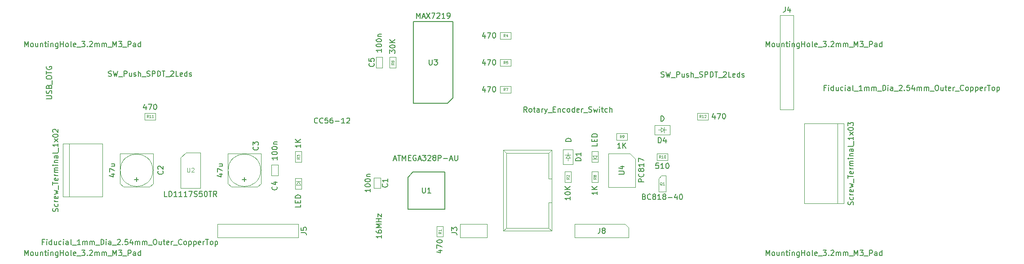
<source format=gbr>
G04 #@! TF.FileFunction,Other,Fab,Top*
%FSLAX46Y46*%
G04 Gerber Fmt 4.6, Leading zero omitted, Abs format (unit mm)*
G04 Created by KiCad (PCBNEW 4.0.7-e2-6376~58~ubuntu16.04.1) date Fri Oct 20 12:03:34 2017*
%MOMM*%
%LPD*%
G01*
G04 APERTURE LIST*
%ADD10C,0.100000*%
%ADD11C,0.150000*%
%ADD12C,0.075000*%
%ADD13C,0.120000*%
G04 APERTURE END LIST*
D10*
X60340000Y37830000D02*
X61580000Y37830000D01*
X60340000Y35830000D02*
X60340000Y37830000D01*
X61580000Y35830000D02*
X60340000Y35830000D01*
X61580000Y37830000D02*
X61580000Y35830000D01*
X84350000Y5080000D02*
X84350000Y20320000D01*
X84900000Y5620000D02*
X84900000Y19760000D01*
X93450000Y5080000D02*
X93450000Y20320000D01*
X92900000Y5620000D02*
X92900000Y10450000D01*
X92900000Y14950000D02*
X92900000Y19760000D01*
X92900000Y10450000D02*
X93450000Y10450000D01*
X92900000Y14950000D02*
X93450000Y14950000D01*
X84350000Y5080000D02*
X93450000Y5080000D01*
X84900000Y5620000D02*
X92900000Y5620000D01*
X84350000Y20320000D02*
X93450000Y20320000D01*
X84900000Y19760000D02*
X92900000Y19760000D01*
X84350000Y5080000D02*
X84900000Y5620000D01*
X84350000Y20320000D02*
X84900000Y19760000D01*
X93450000Y5080000D02*
X92900000Y5620000D01*
X93450000Y20320000D02*
X92900000Y19760000D01*
X147330000Y10230000D02*
X147330000Y25330000D01*
X141030000Y10230000D02*
X141030000Y25330000D01*
X141030000Y25330000D02*
X148530000Y25330000D01*
X148530000Y25330000D02*
X148530000Y10230000D01*
X148530000Y10230000D02*
X141030000Y10230000D01*
X2530000Y21460000D02*
X2530000Y11560000D01*
X8830000Y21510000D02*
X1330000Y21510000D01*
X1330000Y21510000D02*
X1330000Y11510000D01*
X1330000Y11510000D02*
X8830000Y11510000D01*
X8830000Y11510000D02*
X8830000Y21510000D01*
X113600000Y14920000D02*
X113600000Y12470000D01*
X114150000Y15490000D02*
X115000000Y15490000D01*
X113600000Y14920000D02*
X114150000Y15490000D01*
X115000000Y15490000D02*
X115000000Y12450000D01*
X113600000Y12450000D02*
X115000000Y12450000D01*
X97140000Y14240000D02*
X95900000Y14240000D01*
X97140000Y16240000D02*
X97140000Y14240000D01*
X95900000Y16240000D02*
X97140000Y16240000D01*
X95900000Y14240000D02*
X95900000Y16240000D01*
X64120000Y35830000D02*
X62880000Y35830000D01*
X64120000Y37830000D02*
X64120000Y35830000D01*
X62880000Y37830000D02*
X64120000Y37830000D01*
X62880000Y35830000D02*
X62880000Y37830000D01*
X85775000Y42530000D02*
X85775000Y41290000D01*
X83775000Y42530000D02*
X85775000Y42530000D01*
X83775000Y41290000D02*
X83775000Y42530000D01*
X85775000Y41290000D02*
X83775000Y41290000D01*
X85770000Y37450000D02*
X85770000Y36210000D01*
X83770000Y37450000D02*
X85770000Y37450000D01*
X83770000Y36210000D02*
X83770000Y37450000D01*
X85770000Y36210000D02*
X83770000Y36210000D01*
X18780000Y27290000D02*
X18780000Y26050000D01*
X16780000Y27290000D02*
X18780000Y27290000D01*
X16780000Y26050000D02*
X16780000Y27290000D01*
X18780000Y26050000D02*
X16780000Y26050000D01*
X102220000Y14240000D02*
X100980000Y14240000D01*
X102220000Y16240000D02*
X102220000Y14240000D01*
X100980000Y16240000D02*
X102220000Y16240000D01*
X100980000Y14240000D02*
X100980000Y16240000D01*
X105680000Y22240000D02*
X105680000Y23480000D01*
X107680000Y22240000D02*
X105680000Y22240000D01*
X107680000Y23480000D02*
X107680000Y22240000D01*
X105680000Y23480000D02*
X107680000Y23480000D01*
X113300000Y18430000D02*
X113300000Y19670000D01*
X115300000Y18430000D02*
X113300000Y18430000D01*
X115300000Y19670000D02*
X115300000Y18430000D01*
X113300000Y19670000D02*
X115300000Y19670000D01*
D11*
X73870000Y29130000D02*
X67370000Y29130000D01*
X67370000Y29130000D02*
X67370000Y44530000D01*
X67370000Y44530000D02*
X74870000Y44530000D01*
X74870000Y44530000D02*
X74870000Y30130000D01*
X74870000Y30130000D02*
X73870000Y29130000D01*
D10*
X101200000Y18650000D02*
X102000000Y18650000D01*
X101600000Y18650000D02*
X101200000Y19250000D01*
X102000000Y19250000D02*
X101600000Y18650000D01*
X101200000Y19250000D02*
X102000000Y19250000D01*
X102200000Y20050000D02*
X102200000Y18050000D01*
X101000000Y20050000D02*
X102200000Y20050000D01*
X101000000Y18050000D02*
X101000000Y20050000D01*
X102200000Y18050000D02*
X101000000Y18050000D01*
X46120000Y14370000D02*
X45320000Y14370000D01*
X45720000Y14370000D02*
X46120000Y13770000D01*
X45320000Y13770000D02*
X45720000Y14370000D01*
X46120000Y13770000D02*
X45320000Y13770000D01*
X45120000Y12970000D02*
X45120000Y14970000D01*
X46320000Y12970000D02*
X45120000Y12970000D01*
X46320000Y14970000D02*
X46320000Y12970000D01*
X45120000Y14970000D02*
X46320000Y14970000D01*
X46340000Y18050000D02*
X45100000Y18050000D01*
X46340000Y20050000D02*
X46340000Y18050000D01*
X45100000Y20050000D02*
X46340000Y20050000D01*
X45100000Y18050000D02*
X45100000Y20050000D01*
X109220000Y18685000D02*
X109220000Y13335000D01*
X109220000Y13335000D02*
X104140000Y13335000D01*
X104140000Y13335000D02*
X104140000Y19685000D01*
X104140000Y19685000D02*
X108220000Y19685000D01*
X108220000Y19685000D02*
X109220000Y18685000D01*
X23550000Y18860000D02*
X24550000Y19860000D01*
X23550000Y18860000D02*
X23550000Y13160000D01*
X24550000Y19860000D02*
X27250000Y19860000D01*
X23550000Y13160000D02*
X27250000Y13160000D01*
X27250000Y19860000D02*
X27250000Y13160000D01*
X76200000Y3810000D02*
X81280000Y3810000D01*
X81280000Y3810000D02*
X81280000Y6350000D01*
X81280000Y6350000D02*
X76200000Y6350000D01*
X76200000Y6350000D02*
X76200000Y3810000D01*
X73010000Y3955500D02*
X71770000Y3955500D01*
X73010000Y5955500D02*
X73010000Y3955500D01*
X71770000Y5955500D02*
X73010000Y5955500D01*
X71770000Y3955500D02*
X71770000Y5955500D01*
X120920000Y26050000D02*
X120920000Y27290000D01*
X122920000Y26050000D02*
X120920000Y26050000D01*
X122920000Y27290000D02*
X122920000Y26050000D01*
X120920000Y27290000D02*
X122920000Y27290000D01*
X45720000Y6350000D02*
X30480000Y6350000D01*
X30480000Y6350000D02*
X30480000Y3810000D01*
X30480000Y3810000D02*
X45720000Y3810000D01*
X45720000Y3810000D02*
X45720000Y6350000D01*
X18299412Y16510000D02*
G75*
G03X18299412Y16510000I-3059412J0D01*
G01*
X18390000Y19660000D02*
X12090000Y19660000D01*
X18390000Y14030000D02*
X18390000Y19660000D01*
X17720000Y13360000D02*
X18390000Y14030000D01*
X12760000Y13360000D02*
X17720000Y13360000D01*
X12090000Y14030000D02*
X12760000Y13360000D01*
X12090000Y19660000D02*
X12090000Y14030000D01*
X38619412Y16510000D02*
G75*
G03X38619412Y16510000I-3059412J0D01*
G01*
X38710000Y19660000D02*
X32410000Y19660000D01*
X38710000Y14030000D02*
X38710000Y19660000D01*
X38040000Y13360000D02*
X38710000Y14030000D01*
X33080000Y13360000D02*
X38040000Y13360000D01*
X32410000Y14030000D02*
X33080000Y13360000D01*
X32410000Y19660000D02*
X32410000Y14030000D01*
X96520000Y18800000D02*
X96520000Y18300000D01*
X96120000Y18800000D02*
X96520000Y19400000D01*
X96920000Y18800000D02*
X96120000Y18800000D01*
X96520000Y19400000D02*
X96920000Y18800000D01*
X96520000Y19400000D02*
X95970000Y19400000D01*
X96520000Y19400000D02*
X97070000Y19400000D01*
X96520000Y19800000D02*
X96520000Y19400000D01*
X95620000Y20450000D02*
X97420000Y20450000D01*
X95620000Y17650000D02*
X95620000Y20450000D01*
X97420000Y17650000D02*
X95620000Y17650000D01*
X97420000Y20450000D02*
X97420000Y17650000D01*
X114050000Y24130000D02*
X113550000Y24130000D01*
X114050000Y24530000D02*
X114650000Y24130000D01*
X114050000Y23730000D02*
X114050000Y24530000D01*
X114650000Y24130000D02*
X114050000Y23730000D01*
X114650000Y24130000D02*
X114650000Y24680000D01*
X114650000Y24130000D02*
X114650000Y23580000D01*
X115050000Y24130000D02*
X114650000Y24130000D01*
X115700000Y25030000D02*
X115700000Y23230000D01*
X112900000Y25030000D02*
X115700000Y25030000D01*
X112900000Y23230000D02*
X112900000Y25030000D01*
X115700000Y23230000D02*
X112900000Y23230000D01*
X83775000Y31130000D02*
X83775000Y32370000D01*
X85775000Y31130000D02*
X83775000Y31130000D01*
X85775000Y32370000D02*
X85775000Y31130000D01*
X83775000Y32370000D02*
X85775000Y32370000D01*
X136525000Y45720000D02*
X136525000Y27940000D01*
X136525000Y27940000D02*
X139065000Y27940000D01*
X139065000Y27940000D02*
X139065000Y45720000D01*
X139065000Y45720000D02*
X136525000Y45720000D01*
X41895000Y15510000D02*
X40655000Y15510000D01*
X41895000Y17510000D02*
X41895000Y15510000D01*
X40655000Y17510000D02*
X41895000Y17510000D01*
X40655000Y15510000D02*
X40655000Y17510000D01*
X59959000Y15113000D02*
X61199000Y15113000D01*
X59959000Y13113000D02*
X59959000Y15113000D01*
X61199000Y13113000D02*
X59959000Y13113000D01*
X61199000Y15113000D02*
X61199000Y13113000D01*
D11*
X67350000Y16200000D02*
X73350000Y16200000D01*
X73350000Y16200000D02*
X73350000Y9200000D01*
X73350000Y9200000D02*
X66350000Y9200000D01*
X66350000Y9200000D02*
X66350000Y15200000D01*
X66350000Y15200000D02*
X67350000Y16200000D01*
D10*
X107950000Y5715000D02*
X107950000Y3810000D01*
X107950000Y3810000D02*
X97790000Y3810000D01*
X97790000Y3810000D02*
X97790000Y6350000D01*
X97790000Y6350000D02*
X107315000Y6350000D01*
X107315000Y6350000D02*
X107950000Y5715000D01*
D11*
X49355715Y25472857D02*
X49308096Y25425238D01*
X49165239Y25377619D01*
X49070001Y25377619D01*
X48927143Y25425238D01*
X48831905Y25520476D01*
X48784286Y25615714D01*
X48736667Y25806190D01*
X48736667Y25949048D01*
X48784286Y26139524D01*
X48831905Y26234762D01*
X48927143Y26330000D01*
X49070001Y26377619D01*
X49165239Y26377619D01*
X49308096Y26330000D01*
X49355715Y26282381D01*
X50355715Y25472857D02*
X50308096Y25425238D01*
X50165239Y25377619D01*
X50070001Y25377619D01*
X49927143Y25425238D01*
X49831905Y25520476D01*
X49784286Y25615714D01*
X49736667Y25806190D01*
X49736667Y25949048D01*
X49784286Y26139524D01*
X49831905Y26234762D01*
X49927143Y26330000D01*
X50070001Y26377619D01*
X50165239Y26377619D01*
X50308096Y26330000D01*
X50355715Y26282381D01*
X51260477Y26377619D02*
X50784286Y26377619D01*
X50736667Y25901429D01*
X50784286Y25949048D01*
X50879524Y25996667D01*
X51117620Y25996667D01*
X51212858Y25949048D01*
X51260477Y25901429D01*
X51308096Y25806190D01*
X51308096Y25568095D01*
X51260477Y25472857D01*
X51212858Y25425238D01*
X51117620Y25377619D01*
X50879524Y25377619D01*
X50784286Y25425238D01*
X50736667Y25472857D01*
X52165239Y26377619D02*
X51974762Y26377619D01*
X51879524Y26330000D01*
X51831905Y26282381D01*
X51736667Y26139524D01*
X51689048Y25949048D01*
X51689048Y25568095D01*
X51736667Y25472857D01*
X51784286Y25425238D01*
X51879524Y25377619D01*
X52070001Y25377619D01*
X52165239Y25425238D01*
X52212858Y25472857D01*
X52260477Y25568095D01*
X52260477Y25806190D01*
X52212858Y25901429D01*
X52165239Y25949048D01*
X52070001Y25996667D01*
X51879524Y25996667D01*
X51784286Y25949048D01*
X51736667Y25901429D01*
X51689048Y25806190D01*
X52689048Y25758571D02*
X53450953Y25758571D01*
X54450953Y25377619D02*
X53879524Y25377619D01*
X54165238Y25377619D02*
X54165238Y26377619D01*
X54070000Y26234762D01*
X53974762Y26139524D01*
X53879524Y26091905D01*
X54831905Y26282381D02*
X54879524Y26330000D01*
X54974762Y26377619D01*
X55212858Y26377619D01*
X55308096Y26330000D01*
X55355715Y26282381D01*
X55403334Y26187143D01*
X55403334Y26091905D01*
X55355715Y25949048D01*
X54784286Y25377619D01*
X55403334Y25377619D01*
X61412381Y39393953D02*
X61412381Y38822524D01*
X61412381Y39108238D02*
X60412381Y39108238D01*
X60555238Y39013000D01*
X60650476Y38917762D01*
X60698095Y38822524D01*
X60412381Y40013000D02*
X60412381Y40108239D01*
X60460000Y40203477D01*
X60507619Y40251096D01*
X60602857Y40298715D01*
X60793333Y40346334D01*
X61031429Y40346334D01*
X61221905Y40298715D01*
X61317143Y40251096D01*
X61364762Y40203477D01*
X61412381Y40108239D01*
X61412381Y40013000D01*
X61364762Y39917762D01*
X61317143Y39870143D01*
X61221905Y39822524D01*
X61031429Y39774905D01*
X60793333Y39774905D01*
X60602857Y39822524D01*
X60507619Y39870143D01*
X60460000Y39917762D01*
X60412381Y40013000D01*
X60412381Y40965381D02*
X60412381Y41060620D01*
X60460000Y41155858D01*
X60507619Y41203477D01*
X60602857Y41251096D01*
X60793333Y41298715D01*
X61031429Y41298715D01*
X61221905Y41251096D01*
X61317143Y41203477D01*
X61364762Y41155858D01*
X61412381Y41060620D01*
X61412381Y40965381D01*
X61364762Y40870143D01*
X61317143Y40822524D01*
X61221905Y40774905D01*
X61031429Y40727286D01*
X60793333Y40727286D01*
X60602857Y40774905D01*
X60507619Y40822524D01*
X60460000Y40870143D01*
X60412381Y40965381D01*
X60745714Y41727286D02*
X61412381Y41727286D01*
X60840952Y41727286D02*
X60793333Y41774905D01*
X60745714Y41870143D01*
X60745714Y42013001D01*
X60793333Y42108239D01*
X60888571Y42155858D01*
X61412381Y42155858D01*
X59920143Y36663334D02*
X59967762Y36615715D01*
X60015381Y36472858D01*
X60015381Y36377620D01*
X59967762Y36234762D01*
X59872524Y36139524D01*
X59777286Y36091905D01*
X59586810Y36044286D01*
X59443952Y36044286D01*
X59253476Y36091905D01*
X59158238Y36139524D01*
X59063000Y36234762D01*
X59015381Y36377620D01*
X59015381Y36472858D01*
X59063000Y36615715D01*
X59110619Y36663334D01*
X59015381Y37568096D02*
X59015381Y37091905D01*
X59491571Y37044286D01*
X59443952Y37091905D01*
X59396333Y37187143D01*
X59396333Y37425239D01*
X59443952Y37520477D01*
X59491571Y37568096D01*
X59586810Y37615715D01*
X59824905Y37615715D01*
X59920143Y37568096D01*
X59967762Y37520477D01*
X60015381Y37425239D01*
X60015381Y37187143D01*
X59967762Y37091905D01*
X59920143Y37044286D01*
X150264762Y10018094D02*
X150312381Y10160951D01*
X150312381Y10399047D01*
X150264762Y10494285D01*
X150217143Y10541904D01*
X150121905Y10589523D01*
X150026667Y10589523D01*
X149931429Y10541904D01*
X149883810Y10494285D01*
X149836190Y10399047D01*
X149788571Y10208570D01*
X149740952Y10113332D01*
X149693333Y10065713D01*
X149598095Y10018094D01*
X149502857Y10018094D01*
X149407619Y10065713D01*
X149360000Y10113332D01*
X149312381Y10208570D01*
X149312381Y10446666D01*
X149360000Y10589523D01*
X150264762Y11446666D02*
X150312381Y11351428D01*
X150312381Y11160951D01*
X150264762Y11065713D01*
X150217143Y11018094D01*
X150121905Y10970475D01*
X149836190Y10970475D01*
X149740952Y11018094D01*
X149693333Y11065713D01*
X149645714Y11160951D01*
X149645714Y11351428D01*
X149693333Y11446666D01*
X150312381Y11875237D02*
X149645714Y11875237D01*
X149836190Y11875237D02*
X149740952Y11922856D01*
X149693333Y11970475D01*
X149645714Y12065713D01*
X149645714Y12160952D01*
X150264762Y12875238D02*
X150312381Y12780000D01*
X150312381Y12589523D01*
X150264762Y12494285D01*
X150169524Y12446666D01*
X149788571Y12446666D01*
X149693333Y12494285D01*
X149645714Y12589523D01*
X149645714Y12780000D01*
X149693333Y12875238D01*
X149788571Y12922857D01*
X149883810Y12922857D01*
X149979048Y12446666D01*
X149645714Y13256190D02*
X150312381Y13446666D01*
X149836190Y13637143D01*
X150312381Y13827619D01*
X149645714Y14018095D01*
X150407619Y14160952D02*
X150407619Y14922857D01*
X149312381Y15018095D02*
X149312381Y15589524D01*
X150312381Y15303809D02*
X149312381Y15303809D01*
X150264762Y16303810D02*
X150312381Y16208572D01*
X150312381Y16018095D01*
X150264762Y15922857D01*
X150169524Y15875238D01*
X149788571Y15875238D01*
X149693333Y15922857D01*
X149645714Y16018095D01*
X149645714Y16208572D01*
X149693333Y16303810D01*
X149788571Y16351429D01*
X149883810Y16351429D01*
X149979048Y15875238D01*
X150312381Y16780000D02*
X149645714Y16780000D01*
X149836190Y16780000D02*
X149740952Y16827619D01*
X149693333Y16875238D01*
X149645714Y16970476D01*
X149645714Y17065715D01*
X150312381Y17399048D02*
X149645714Y17399048D01*
X149740952Y17399048D02*
X149693333Y17446667D01*
X149645714Y17541905D01*
X149645714Y17684763D01*
X149693333Y17780001D01*
X149788571Y17827620D01*
X150312381Y17827620D01*
X149788571Y17827620D02*
X149693333Y17875239D01*
X149645714Y17970477D01*
X149645714Y18113334D01*
X149693333Y18208572D01*
X149788571Y18256191D01*
X150312381Y18256191D01*
X150312381Y18732381D02*
X149645714Y18732381D01*
X149312381Y18732381D02*
X149360000Y18684762D01*
X149407619Y18732381D01*
X149360000Y18780000D01*
X149312381Y18732381D01*
X149407619Y18732381D01*
X149645714Y19208571D02*
X150312381Y19208571D01*
X149740952Y19208571D02*
X149693333Y19256190D01*
X149645714Y19351428D01*
X149645714Y19494286D01*
X149693333Y19589524D01*
X149788571Y19637143D01*
X150312381Y19637143D01*
X150312381Y20541905D02*
X149788571Y20541905D01*
X149693333Y20494286D01*
X149645714Y20399048D01*
X149645714Y20208571D01*
X149693333Y20113333D01*
X150264762Y20541905D02*
X150312381Y20446667D01*
X150312381Y20208571D01*
X150264762Y20113333D01*
X150169524Y20065714D01*
X150074286Y20065714D01*
X149979048Y20113333D01*
X149931429Y20208571D01*
X149931429Y20446667D01*
X149883810Y20541905D01*
X150312381Y21160952D02*
X150264762Y21065714D01*
X150169524Y21018095D01*
X149312381Y21018095D01*
X150407619Y21303810D02*
X150407619Y22065715D01*
X150312381Y22827620D02*
X150312381Y22256191D01*
X150312381Y22541905D02*
X149312381Y22541905D01*
X149455238Y22446667D01*
X149550476Y22351429D01*
X149598095Y22256191D01*
X150312381Y23160953D02*
X149645714Y23684763D01*
X149645714Y23160953D02*
X150312381Y23684763D01*
X149312381Y24256191D02*
X149312381Y24351430D01*
X149360000Y24446668D01*
X149407619Y24494287D01*
X149502857Y24541906D01*
X149693333Y24589525D01*
X149931429Y24589525D01*
X150121905Y24541906D01*
X150217143Y24494287D01*
X150264762Y24446668D01*
X150312381Y24351430D01*
X150312381Y24256191D01*
X150264762Y24160953D01*
X150217143Y24113334D01*
X150121905Y24065715D01*
X149931429Y24018096D01*
X149693333Y24018096D01*
X149502857Y24065715D01*
X149407619Y24113334D01*
X149360000Y24160953D01*
X149312381Y24256191D01*
X149312381Y24922858D02*
X149312381Y25541906D01*
X149693333Y25208572D01*
X149693333Y25351430D01*
X149740952Y25446668D01*
X149788571Y25494287D01*
X149883810Y25541906D01*
X150121905Y25541906D01*
X150217143Y25494287D01*
X150264762Y25446668D01*
X150312381Y25351430D01*
X150312381Y25065715D01*
X150264762Y24970477D01*
X150217143Y24922858D01*
X404762Y8748094D02*
X452381Y8890951D01*
X452381Y9129047D01*
X404762Y9224285D01*
X357143Y9271904D01*
X261905Y9319523D01*
X166667Y9319523D01*
X71429Y9271904D01*
X23810Y9224285D01*
X-23810Y9129047D01*
X-71429Y8938570D01*
X-119048Y8843332D01*
X-166667Y8795713D01*
X-261905Y8748094D01*
X-357143Y8748094D01*
X-452381Y8795713D01*
X-500000Y8843332D01*
X-547619Y8938570D01*
X-547619Y9176666D01*
X-500000Y9319523D01*
X404762Y10176666D02*
X452381Y10081428D01*
X452381Y9890951D01*
X404762Y9795713D01*
X357143Y9748094D01*
X261905Y9700475D01*
X-23810Y9700475D01*
X-119048Y9748094D01*
X-166667Y9795713D01*
X-214286Y9890951D01*
X-214286Y10081428D01*
X-166667Y10176666D01*
X452381Y10605237D02*
X-214286Y10605237D01*
X-23810Y10605237D02*
X-119048Y10652856D01*
X-166667Y10700475D01*
X-214286Y10795713D01*
X-214286Y10890952D01*
X404762Y11605238D02*
X452381Y11510000D01*
X452381Y11319523D01*
X404762Y11224285D01*
X309524Y11176666D01*
X-71429Y11176666D01*
X-166667Y11224285D01*
X-214286Y11319523D01*
X-214286Y11510000D01*
X-166667Y11605238D01*
X-71429Y11652857D01*
X23810Y11652857D01*
X119048Y11176666D01*
X-214286Y11986190D02*
X452381Y12176666D01*
X-23810Y12367143D01*
X452381Y12557619D01*
X-214286Y12748095D01*
X547619Y12890952D02*
X547619Y13652857D01*
X-547619Y13748095D02*
X-547619Y14319524D01*
X452381Y14033809D02*
X-547619Y14033809D01*
X404762Y15033810D02*
X452381Y14938572D01*
X452381Y14748095D01*
X404762Y14652857D01*
X309524Y14605238D01*
X-71429Y14605238D01*
X-166667Y14652857D01*
X-214286Y14748095D01*
X-214286Y14938572D01*
X-166667Y15033810D01*
X-71429Y15081429D01*
X23810Y15081429D01*
X119048Y14605238D01*
X452381Y15510000D02*
X-214286Y15510000D01*
X-23810Y15510000D02*
X-119048Y15557619D01*
X-166667Y15605238D01*
X-214286Y15700476D01*
X-214286Y15795715D01*
X452381Y16129048D02*
X-214286Y16129048D01*
X-119048Y16129048D02*
X-166667Y16176667D01*
X-214286Y16271905D01*
X-214286Y16414763D01*
X-166667Y16510001D01*
X-71429Y16557620D01*
X452381Y16557620D01*
X-71429Y16557620D02*
X-166667Y16605239D01*
X-214286Y16700477D01*
X-214286Y16843334D01*
X-166667Y16938572D01*
X-71429Y16986191D01*
X452381Y16986191D01*
X452381Y17462381D02*
X-214286Y17462381D01*
X-547619Y17462381D02*
X-500000Y17414762D01*
X-452381Y17462381D01*
X-500000Y17510000D01*
X-547619Y17462381D01*
X-452381Y17462381D01*
X-214286Y17938571D02*
X452381Y17938571D01*
X-119048Y17938571D02*
X-166667Y17986190D01*
X-214286Y18081428D01*
X-214286Y18224286D01*
X-166667Y18319524D01*
X-71429Y18367143D01*
X452381Y18367143D01*
X452381Y19271905D02*
X-71429Y19271905D01*
X-166667Y19224286D01*
X-214286Y19129048D01*
X-214286Y18938571D01*
X-166667Y18843333D01*
X404762Y19271905D02*
X452381Y19176667D01*
X452381Y18938571D01*
X404762Y18843333D01*
X309524Y18795714D01*
X214286Y18795714D01*
X119048Y18843333D01*
X71429Y18938571D01*
X71429Y19176667D01*
X23810Y19271905D01*
X452381Y19890952D02*
X404762Y19795714D01*
X309524Y19748095D01*
X-547619Y19748095D01*
X547619Y20033810D02*
X547619Y20795715D01*
X452381Y21557620D02*
X452381Y20986191D01*
X452381Y21271905D02*
X-547619Y21271905D01*
X-404762Y21176667D01*
X-309524Y21081429D01*
X-261905Y20986191D01*
X452381Y21890953D02*
X-214286Y22414763D01*
X-214286Y21890953D02*
X452381Y22414763D01*
X-547619Y22986191D02*
X-547619Y23081430D01*
X-500000Y23176668D01*
X-452381Y23224287D01*
X-357143Y23271906D01*
X-166667Y23319525D01*
X71429Y23319525D01*
X261905Y23271906D01*
X357143Y23224287D01*
X404762Y23176668D01*
X452381Y23081430D01*
X452381Y22986191D01*
X404762Y22890953D01*
X357143Y22843334D01*
X261905Y22795715D01*
X71429Y22748096D01*
X-166667Y22748096D01*
X-357143Y22795715D01*
X-452381Y22843334D01*
X-500000Y22890953D01*
X-547619Y22986191D01*
X-452381Y23700477D02*
X-500000Y23748096D01*
X-547619Y23843334D01*
X-547619Y24081430D01*
X-500000Y24176668D01*
X-452381Y24224287D01*
X-357143Y24271906D01*
X-261905Y24271906D01*
X-119048Y24224287D01*
X452381Y23652858D01*
X452381Y24271906D01*
X110871429Y11541429D02*
X111014286Y11493810D01*
X111061905Y11446190D01*
X111109524Y11350952D01*
X111109524Y11208095D01*
X111061905Y11112857D01*
X111014286Y11065238D01*
X110919048Y11017619D01*
X110538095Y11017619D01*
X110538095Y12017619D01*
X110871429Y12017619D01*
X110966667Y11970000D01*
X111014286Y11922381D01*
X111061905Y11827143D01*
X111061905Y11731905D01*
X111014286Y11636667D01*
X110966667Y11589048D01*
X110871429Y11541429D01*
X110538095Y11541429D01*
X112109524Y11112857D02*
X112061905Y11065238D01*
X111919048Y11017619D01*
X111823810Y11017619D01*
X111680952Y11065238D01*
X111585714Y11160476D01*
X111538095Y11255714D01*
X111490476Y11446190D01*
X111490476Y11589048D01*
X111538095Y11779524D01*
X111585714Y11874762D01*
X111680952Y11970000D01*
X111823810Y12017619D01*
X111919048Y12017619D01*
X112061905Y11970000D01*
X112109524Y11922381D01*
X112680952Y11589048D02*
X112585714Y11636667D01*
X112538095Y11684286D01*
X112490476Y11779524D01*
X112490476Y11827143D01*
X112538095Y11922381D01*
X112585714Y11970000D01*
X112680952Y12017619D01*
X112871429Y12017619D01*
X112966667Y11970000D01*
X113014286Y11922381D01*
X113061905Y11827143D01*
X113061905Y11779524D01*
X113014286Y11684286D01*
X112966667Y11636667D01*
X112871429Y11589048D01*
X112680952Y11589048D01*
X112585714Y11541429D01*
X112538095Y11493810D01*
X112490476Y11398571D01*
X112490476Y11208095D01*
X112538095Y11112857D01*
X112585714Y11065238D01*
X112680952Y11017619D01*
X112871429Y11017619D01*
X112966667Y11065238D01*
X113014286Y11112857D01*
X113061905Y11208095D01*
X113061905Y11398571D01*
X113014286Y11493810D01*
X112966667Y11541429D01*
X112871429Y11589048D01*
X114014286Y11017619D02*
X113442857Y11017619D01*
X113728571Y11017619D02*
X113728571Y12017619D01*
X113633333Y11874762D01*
X113538095Y11779524D01*
X113442857Y11731905D01*
X114585714Y11589048D02*
X114490476Y11636667D01*
X114442857Y11684286D01*
X114395238Y11779524D01*
X114395238Y11827143D01*
X114442857Y11922381D01*
X114490476Y11970000D01*
X114585714Y12017619D01*
X114776191Y12017619D01*
X114871429Y11970000D01*
X114919048Y11922381D01*
X114966667Y11827143D01*
X114966667Y11779524D01*
X114919048Y11684286D01*
X114871429Y11636667D01*
X114776191Y11589048D01*
X114585714Y11589048D01*
X114490476Y11541429D01*
X114442857Y11493810D01*
X114395238Y11398571D01*
X114395238Y11208095D01*
X114442857Y11112857D01*
X114490476Y11065238D01*
X114585714Y11017619D01*
X114776191Y11017619D01*
X114871429Y11065238D01*
X114919048Y11112857D01*
X114966667Y11208095D01*
X114966667Y11398571D01*
X114919048Y11493810D01*
X114871429Y11541429D01*
X114776191Y11589048D01*
X115395238Y11398571D02*
X116157143Y11398571D01*
X117061905Y11684286D02*
X117061905Y11017619D01*
X116823809Y12065238D02*
X116585714Y11350952D01*
X117204762Y11350952D01*
X117776190Y12017619D02*
X117871429Y12017619D01*
X117966667Y11970000D01*
X118014286Y11922381D01*
X118061905Y11827143D01*
X118109524Y11636667D01*
X118109524Y11398571D01*
X118061905Y11208095D01*
X118014286Y11112857D01*
X117966667Y11065238D01*
X117871429Y11017619D01*
X117776190Y11017619D01*
X117680952Y11065238D01*
X117633333Y11112857D01*
X117585714Y11208095D01*
X117538095Y11398571D01*
X117538095Y11636667D01*
X117585714Y11827143D01*
X117633333Y11922381D01*
X117680952Y11970000D01*
X117776190Y12017619D01*
D12*
X114252381Y13696190D02*
X114204762Y13720000D01*
X114157143Y13767619D01*
X114085714Y13839048D01*
X114038095Y13862857D01*
X113990476Y13862857D01*
X114014286Y13743810D02*
X113966667Y13767619D01*
X113919048Y13815238D01*
X113895238Y13910476D01*
X113895238Y14077143D01*
X113919048Y14172381D01*
X113966667Y14220000D01*
X114014286Y14243810D01*
X114109524Y14243810D01*
X114157143Y14220000D01*
X114204762Y14172381D01*
X114228571Y14077143D01*
X114228571Y13910476D01*
X114204762Y13815238D01*
X114157143Y13767619D01*
X114109524Y13743810D01*
X114014286Y13743810D01*
X114704762Y13743810D02*
X114419048Y13743810D01*
X114561905Y13743810D02*
X114561905Y14243810D01*
X114514286Y14172381D01*
X114466667Y14124762D01*
X114419048Y14100952D01*
D11*
X96972381Y11501524D02*
X96972381Y10930095D01*
X96972381Y11215809D02*
X95972381Y11215809D01*
X96115238Y11120571D01*
X96210476Y11025333D01*
X96258095Y10930095D01*
X95972381Y12120571D02*
X95972381Y12215810D01*
X96020000Y12311048D01*
X96067619Y12358667D01*
X96162857Y12406286D01*
X96353333Y12453905D01*
X96591429Y12453905D01*
X96781905Y12406286D01*
X96877143Y12358667D01*
X96924762Y12311048D01*
X96972381Y12215810D01*
X96972381Y12120571D01*
X96924762Y12025333D01*
X96877143Y11977714D01*
X96781905Y11930095D01*
X96591429Y11882476D01*
X96353333Y11882476D01*
X96162857Y11930095D01*
X96067619Y11977714D01*
X96020000Y12025333D01*
X95972381Y12120571D01*
X96972381Y12882476D02*
X95972381Y12882476D01*
X96972381Y13453905D02*
X96400952Y13025333D01*
X95972381Y13453905D02*
X96543810Y12882476D01*
D12*
X96746190Y15156667D02*
X96508095Y14990000D01*
X96746190Y14870953D02*
X96246190Y14870953D01*
X96246190Y15061429D01*
X96270000Y15109048D01*
X96293810Y15132857D01*
X96341429Y15156667D01*
X96412857Y15156667D01*
X96460476Y15132857D01*
X96484286Y15109048D01*
X96508095Y15061429D01*
X96508095Y14870953D01*
X96293810Y15347143D02*
X96270000Y15370953D01*
X96246190Y15418572D01*
X96246190Y15537619D01*
X96270000Y15585238D01*
X96293810Y15609048D01*
X96341429Y15632857D01*
X96389048Y15632857D01*
X96460476Y15609048D01*
X96746190Y15323334D01*
X96746190Y15632857D01*
D11*
X62952381Y38568476D02*
X62952381Y39187524D01*
X63333333Y38854190D01*
X63333333Y38997048D01*
X63380952Y39092286D01*
X63428571Y39139905D01*
X63523810Y39187524D01*
X63761905Y39187524D01*
X63857143Y39139905D01*
X63904762Y39092286D01*
X63952381Y38997048D01*
X63952381Y38711333D01*
X63904762Y38616095D01*
X63857143Y38568476D01*
X62952381Y39806571D02*
X62952381Y39901810D01*
X63000000Y39997048D01*
X63047619Y40044667D01*
X63142857Y40092286D01*
X63333333Y40139905D01*
X63571429Y40139905D01*
X63761905Y40092286D01*
X63857143Y40044667D01*
X63904762Y39997048D01*
X63952381Y39901810D01*
X63952381Y39806571D01*
X63904762Y39711333D01*
X63857143Y39663714D01*
X63761905Y39616095D01*
X63571429Y39568476D01*
X63333333Y39568476D01*
X63142857Y39616095D01*
X63047619Y39663714D01*
X63000000Y39711333D01*
X62952381Y39806571D01*
X63952381Y40568476D02*
X62952381Y40568476D01*
X63952381Y41139905D02*
X63380952Y40711333D01*
X62952381Y41139905D02*
X63523810Y40568476D01*
D12*
X63726190Y36746667D02*
X63488095Y36580000D01*
X63726190Y36460953D02*
X63226190Y36460953D01*
X63226190Y36651429D01*
X63250000Y36699048D01*
X63273810Y36722857D01*
X63321429Y36746667D01*
X63392857Y36746667D01*
X63440476Y36722857D01*
X63464286Y36699048D01*
X63488095Y36651429D01*
X63488095Y36460953D01*
X63226190Y37175238D02*
X63226190Y37080000D01*
X63250000Y37032381D01*
X63273810Y37008572D01*
X63345238Y36960953D01*
X63440476Y36937143D01*
X63630952Y36937143D01*
X63678571Y36960953D01*
X63702381Y36984762D01*
X63726190Y37032381D01*
X63726190Y37127619D01*
X63702381Y37175238D01*
X63678571Y37199048D01*
X63630952Y37222857D01*
X63511905Y37222857D01*
X63464286Y37199048D01*
X63440476Y37175238D01*
X63416667Y37127619D01*
X63416667Y37032381D01*
X63440476Y36984762D01*
X63464286Y36960953D01*
X63511905Y36937143D01*
D11*
X80899096Y42124286D02*
X80899096Y41457619D01*
X80661000Y42505238D02*
X80422905Y41790952D01*
X81041953Y41790952D01*
X81327667Y42457619D02*
X81994334Y42457619D01*
X81565762Y41457619D01*
X82565762Y42457619D02*
X82661001Y42457619D01*
X82756239Y42410000D01*
X82803858Y42362381D01*
X82851477Y42267143D01*
X82899096Y42076667D01*
X82899096Y41838571D01*
X82851477Y41648095D01*
X82803858Y41552857D01*
X82756239Y41505238D01*
X82661001Y41457619D01*
X82565762Y41457619D01*
X82470524Y41505238D01*
X82422905Y41552857D01*
X82375286Y41648095D01*
X82327667Y41838571D01*
X82327667Y42076667D01*
X82375286Y42267143D01*
X82422905Y42362381D01*
X82470524Y42410000D01*
X82565762Y42457619D01*
D12*
X84691667Y41683810D02*
X84525000Y41921905D01*
X84405953Y41683810D02*
X84405953Y42183810D01*
X84596429Y42183810D01*
X84644048Y42160000D01*
X84667857Y42136190D01*
X84691667Y42088571D01*
X84691667Y42017143D01*
X84667857Y41969524D01*
X84644048Y41945714D01*
X84596429Y41921905D01*
X84405953Y41921905D01*
X85120238Y42017143D02*
X85120238Y41683810D01*
X85001191Y42207619D02*
X84882143Y41850476D01*
X85191667Y41850476D01*
D11*
X80899096Y37044286D02*
X80899096Y36377619D01*
X80661000Y37425238D02*
X80422905Y36710952D01*
X81041953Y36710952D01*
X81327667Y37377619D02*
X81994334Y37377619D01*
X81565762Y36377619D01*
X82565762Y37377619D02*
X82661001Y37377619D01*
X82756239Y37330000D01*
X82803858Y37282381D01*
X82851477Y37187143D01*
X82899096Y36996667D01*
X82899096Y36758571D01*
X82851477Y36568095D01*
X82803858Y36472857D01*
X82756239Y36425238D01*
X82661001Y36377619D01*
X82565762Y36377619D01*
X82470524Y36425238D01*
X82422905Y36472857D01*
X82375286Y36568095D01*
X82327667Y36758571D01*
X82327667Y36996667D01*
X82375286Y37187143D01*
X82422905Y37282381D01*
X82470524Y37330000D01*
X82565762Y37377619D01*
D12*
X84686667Y36603810D02*
X84520000Y36841905D01*
X84400953Y36603810D02*
X84400953Y37103810D01*
X84591429Y37103810D01*
X84639048Y37080000D01*
X84662857Y37056190D01*
X84686667Y37008571D01*
X84686667Y36937143D01*
X84662857Y36889524D01*
X84639048Y36865714D01*
X84591429Y36841905D01*
X84400953Y36841905D01*
X85139048Y37103810D02*
X84900953Y37103810D01*
X84877143Y36865714D01*
X84900953Y36889524D01*
X84948572Y36913333D01*
X85067619Y36913333D01*
X85115238Y36889524D01*
X85139048Y36865714D01*
X85162857Y36818095D01*
X85162857Y36699048D01*
X85139048Y36651429D01*
X85115238Y36627619D01*
X85067619Y36603810D01*
X84948572Y36603810D01*
X84900953Y36627619D01*
X84877143Y36651429D01*
D11*
X17018096Y28634286D02*
X17018096Y27967619D01*
X16780000Y29015238D02*
X16541905Y28300952D01*
X17160953Y28300952D01*
X17446667Y28967619D02*
X18113334Y28967619D01*
X17684762Y27967619D01*
X18684762Y28967619D02*
X18780001Y28967619D01*
X18875239Y28920000D01*
X18922858Y28872381D01*
X18970477Y28777143D01*
X19018096Y28586667D01*
X19018096Y28348571D01*
X18970477Y28158095D01*
X18922858Y28062857D01*
X18875239Y28015238D01*
X18780001Y27967619D01*
X18684762Y27967619D01*
X18589524Y28015238D01*
X18541905Y28062857D01*
X18494286Y28158095D01*
X18446667Y28348571D01*
X18446667Y28586667D01*
X18494286Y28777143D01*
X18541905Y28872381D01*
X18589524Y28920000D01*
X18684762Y28967619D01*
D12*
X17458572Y26443810D02*
X17291905Y26681905D01*
X17172858Y26443810D02*
X17172858Y26943810D01*
X17363334Y26943810D01*
X17410953Y26920000D01*
X17434762Y26896190D01*
X17458572Y26848571D01*
X17458572Y26777143D01*
X17434762Y26729524D01*
X17410953Y26705714D01*
X17363334Y26681905D01*
X17172858Y26681905D01*
X17934762Y26443810D02*
X17649048Y26443810D01*
X17791905Y26443810D02*
X17791905Y26943810D01*
X17744286Y26872381D01*
X17696667Y26824762D01*
X17649048Y26800952D01*
X18410952Y26443810D02*
X18125238Y26443810D01*
X18268095Y26443810D02*
X18268095Y26943810D01*
X18220476Y26872381D01*
X18172857Y26824762D01*
X18125238Y26800952D01*
D11*
X102052381Y12485715D02*
X102052381Y11914286D01*
X102052381Y12200000D02*
X101052381Y12200000D01*
X101195238Y12104762D01*
X101290476Y12009524D01*
X101338095Y11914286D01*
X102052381Y12914286D02*
X101052381Y12914286D01*
X102052381Y13485715D02*
X101480952Y13057143D01*
X101052381Y13485715D02*
X101623810Y12914286D01*
D12*
X101826190Y15156667D02*
X101588095Y14990000D01*
X101826190Y14870953D02*
X101326190Y14870953D01*
X101326190Y15061429D01*
X101350000Y15109048D01*
X101373810Y15132857D01*
X101421429Y15156667D01*
X101492857Y15156667D01*
X101540476Y15132857D01*
X101564286Y15109048D01*
X101588095Y15061429D01*
X101588095Y14870953D01*
X101540476Y15442381D02*
X101516667Y15394762D01*
X101492857Y15370953D01*
X101445238Y15347143D01*
X101421429Y15347143D01*
X101373810Y15370953D01*
X101350000Y15394762D01*
X101326190Y15442381D01*
X101326190Y15537619D01*
X101350000Y15585238D01*
X101373810Y15609048D01*
X101421429Y15632857D01*
X101445238Y15632857D01*
X101492857Y15609048D01*
X101516667Y15585238D01*
X101540476Y15537619D01*
X101540476Y15442381D01*
X101564286Y15394762D01*
X101588095Y15370953D01*
X101635714Y15347143D01*
X101730952Y15347143D01*
X101778571Y15370953D01*
X101802381Y15394762D01*
X101826190Y15442381D01*
X101826190Y15537619D01*
X101802381Y15585238D01*
X101778571Y15609048D01*
X101730952Y15632857D01*
X101635714Y15632857D01*
X101588095Y15609048D01*
X101564286Y15585238D01*
X101540476Y15537619D01*
D11*
X106465715Y20657619D02*
X105894286Y20657619D01*
X106180000Y20657619D02*
X106180000Y21657619D01*
X106084762Y21514762D01*
X105989524Y21419524D01*
X105894286Y21371905D01*
X106894286Y20657619D02*
X106894286Y21657619D01*
X107465715Y20657619D02*
X107037143Y21229048D01*
X107465715Y21657619D02*
X106894286Y21086190D01*
D12*
X106596667Y22633810D02*
X106430000Y22871905D01*
X106310953Y22633810D02*
X106310953Y23133810D01*
X106501429Y23133810D01*
X106549048Y23110000D01*
X106572857Y23086190D01*
X106596667Y23038571D01*
X106596667Y22967143D01*
X106572857Y22919524D01*
X106549048Y22895714D01*
X106501429Y22871905D01*
X106310953Y22871905D01*
X106834762Y22633810D02*
X106930000Y22633810D01*
X106977619Y22657619D01*
X107001429Y22681429D01*
X107049048Y22752857D01*
X107072857Y22848095D01*
X107072857Y23038571D01*
X107049048Y23086190D01*
X107025238Y23110000D01*
X106977619Y23133810D01*
X106882381Y23133810D01*
X106834762Y23110000D01*
X106810953Y23086190D01*
X106787143Y23038571D01*
X106787143Y22919524D01*
X106810953Y22871905D01*
X106834762Y22848095D01*
X106882381Y22824286D01*
X106977619Y22824286D01*
X107025238Y22848095D01*
X107049048Y22871905D01*
X107072857Y22919524D01*
D11*
X113585715Y17847619D02*
X113109524Y17847619D01*
X113061905Y17371429D01*
X113109524Y17419048D01*
X113204762Y17466667D01*
X113442858Y17466667D01*
X113538096Y17419048D01*
X113585715Y17371429D01*
X113633334Y17276190D01*
X113633334Y17038095D01*
X113585715Y16942857D01*
X113538096Y16895238D01*
X113442858Y16847619D01*
X113204762Y16847619D01*
X113109524Y16895238D01*
X113061905Y16942857D01*
X114585715Y16847619D02*
X114014286Y16847619D01*
X114300000Y16847619D02*
X114300000Y17847619D01*
X114204762Y17704762D01*
X114109524Y17609524D01*
X114014286Y17561905D01*
X115204762Y17847619D02*
X115300001Y17847619D01*
X115395239Y17800000D01*
X115442858Y17752381D01*
X115490477Y17657143D01*
X115538096Y17466667D01*
X115538096Y17228571D01*
X115490477Y17038095D01*
X115442858Y16942857D01*
X115395239Y16895238D01*
X115300001Y16847619D01*
X115204762Y16847619D01*
X115109524Y16895238D01*
X115061905Y16942857D01*
X115014286Y17038095D01*
X114966667Y17228571D01*
X114966667Y17466667D01*
X115014286Y17657143D01*
X115061905Y17752381D01*
X115109524Y17800000D01*
X115204762Y17847619D01*
D12*
X113978572Y18823810D02*
X113811905Y19061905D01*
X113692858Y18823810D02*
X113692858Y19323810D01*
X113883334Y19323810D01*
X113930953Y19300000D01*
X113954762Y19276190D01*
X113978572Y19228571D01*
X113978572Y19157143D01*
X113954762Y19109524D01*
X113930953Y19085714D01*
X113883334Y19061905D01*
X113692858Y19061905D01*
X114454762Y18823810D02*
X114169048Y18823810D01*
X114311905Y18823810D02*
X114311905Y19323810D01*
X114264286Y19252381D01*
X114216667Y19204762D01*
X114169048Y19180952D01*
X114764286Y19323810D02*
X114811905Y19323810D01*
X114859524Y19300000D01*
X114883333Y19276190D01*
X114907143Y19228571D01*
X114930952Y19133333D01*
X114930952Y19014286D01*
X114907143Y18919048D01*
X114883333Y18871429D01*
X114859524Y18847619D01*
X114811905Y18823810D01*
X114764286Y18823810D01*
X114716667Y18847619D01*
X114692857Y18871429D01*
X114669048Y18919048D01*
X114645238Y19014286D01*
X114645238Y19133333D01*
X114669048Y19228571D01*
X114692857Y19276190D01*
X114716667Y19300000D01*
X114764286Y19323810D01*
D11*
X9946666Y34266238D02*
X10089523Y34218619D01*
X10327619Y34218619D01*
X10422857Y34266238D01*
X10470476Y34313857D01*
X10518095Y34409095D01*
X10518095Y34504333D01*
X10470476Y34599571D01*
X10422857Y34647190D01*
X10327619Y34694810D01*
X10137142Y34742429D01*
X10041904Y34790048D01*
X9994285Y34837667D01*
X9946666Y34932905D01*
X9946666Y35028143D01*
X9994285Y35123381D01*
X10041904Y35171000D01*
X10137142Y35218619D01*
X10375238Y35218619D01*
X10518095Y35171000D01*
X10851428Y35218619D02*
X11089523Y34218619D01*
X11280000Y34932905D01*
X11470476Y34218619D01*
X11708571Y35218619D01*
X11851428Y34123381D02*
X12613333Y34123381D01*
X12851428Y34218619D02*
X12851428Y35218619D01*
X13232381Y35218619D01*
X13327619Y35171000D01*
X13375238Y35123381D01*
X13422857Y35028143D01*
X13422857Y34885286D01*
X13375238Y34790048D01*
X13327619Y34742429D01*
X13232381Y34694810D01*
X12851428Y34694810D01*
X14280000Y34885286D02*
X14280000Y34218619D01*
X13851428Y34885286D02*
X13851428Y34361476D01*
X13899047Y34266238D01*
X13994285Y34218619D01*
X14137143Y34218619D01*
X14232381Y34266238D01*
X14280000Y34313857D01*
X14708571Y34266238D02*
X14803809Y34218619D01*
X14994285Y34218619D01*
X15089524Y34266238D01*
X15137143Y34361476D01*
X15137143Y34409095D01*
X15089524Y34504333D01*
X14994285Y34551952D01*
X14851428Y34551952D01*
X14756190Y34599571D01*
X14708571Y34694810D01*
X14708571Y34742429D01*
X14756190Y34837667D01*
X14851428Y34885286D01*
X14994285Y34885286D01*
X15089524Y34837667D01*
X15565714Y34218619D02*
X15565714Y35218619D01*
X15994286Y34218619D02*
X15994286Y34742429D01*
X15946667Y34837667D01*
X15851429Y34885286D01*
X15708571Y34885286D01*
X15613333Y34837667D01*
X15565714Y34790048D01*
X16232381Y34123381D02*
X16994286Y34123381D01*
X17184762Y34266238D02*
X17327619Y34218619D01*
X17565715Y34218619D01*
X17660953Y34266238D01*
X17708572Y34313857D01*
X17756191Y34409095D01*
X17756191Y34504333D01*
X17708572Y34599571D01*
X17660953Y34647190D01*
X17565715Y34694810D01*
X17375238Y34742429D01*
X17280000Y34790048D01*
X17232381Y34837667D01*
X17184762Y34932905D01*
X17184762Y35028143D01*
X17232381Y35123381D01*
X17280000Y35171000D01*
X17375238Y35218619D01*
X17613334Y35218619D01*
X17756191Y35171000D01*
X18184762Y34218619D02*
X18184762Y35218619D01*
X18565715Y35218619D01*
X18660953Y35171000D01*
X18708572Y35123381D01*
X18756191Y35028143D01*
X18756191Y34885286D01*
X18708572Y34790048D01*
X18660953Y34742429D01*
X18565715Y34694810D01*
X18184762Y34694810D01*
X19184762Y34218619D02*
X19184762Y35218619D01*
X19422857Y35218619D01*
X19565715Y35171000D01*
X19660953Y35075762D01*
X19708572Y34980524D01*
X19756191Y34790048D01*
X19756191Y34647190D01*
X19708572Y34456714D01*
X19660953Y34361476D01*
X19565715Y34266238D01*
X19422857Y34218619D01*
X19184762Y34218619D01*
X20041905Y35218619D02*
X20613334Y35218619D01*
X20327619Y34218619D02*
X20327619Y35218619D01*
X20708572Y34123381D02*
X21470477Y34123381D01*
X21660953Y35123381D02*
X21708572Y35171000D01*
X21803810Y35218619D01*
X22041906Y35218619D01*
X22137144Y35171000D01*
X22184763Y35123381D01*
X22232382Y35028143D01*
X22232382Y34932905D01*
X22184763Y34790048D01*
X21613334Y34218619D01*
X22232382Y34218619D01*
X23137144Y34218619D02*
X22660953Y34218619D01*
X22660953Y35218619D01*
X23851430Y34266238D02*
X23756192Y34218619D01*
X23565715Y34218619D01*
X23470477Y34266238D01*
X23422858Y34361476D01*
X23422858Y34742429D01*
X23470477Y34837667D01*
X23565715Y34885286D01*
X23756192Y34885286D01*
X23851430Y34837667D01*
X23899049Y34742429D01*
X23899049Y34647190D01*
X23422858Y34551952D01*
X24756192Y34218619D02*
X24756192Y35218619D01*
X24756192Y34266238D02*
X24660954Y34218619D01*
X24470477Y34218619D01*
X24375239Y34266238D01*
X24327620Y34313857D01*
X24280001Y34409095D01*
X24280001Y34694810D01*
X24327620Y34790048D01*
X24375239Y34837667D01*
X24470477Y34885286D01*
X24660954Y34885286D01*
X24756192Y34837667D01*
X25184763Y34266238D02*
X25280001Y34218619D01*
X25470477Y34218619D01*
X25565716Y34266238D01*
X25613335Y34361476D01*
X25613335Y34409095D01*
X25565716Y34504333D01*
X25470477Y34551952D01*
X25327620Y34551952D01*
X25232382Y34599571D01*
X25184763Y34694810D01*
X25184763Y34742429D01*
X25232382Y34837667D01*
X25327620Y34885286D01*
X25470477Y34885286D01*
X25565716Y34837667D01*
X67977143Y45177619D02*
X67977143Y46177619D01*
X68310477Y45463333D01*
X68643810Y46177619D01*
X68643810Y45177619D01*
X69072381Y45463333D02*
X69548572Y45463333D01*
X68977143Y45177619D02*
X69310476Y46177619D01*
X69643810Y45177619D01*
X69881905Y46177619D02*
X70548572Y45177619D01*
X70548572Y46177619D02*
X69881905Y45177619D01*
X70834286Y46177619D02*
X71500953Y46177619D01*
X71072381Y45177619D01*
X71834286Y46082381D02*
X71881905Y46130000D01*
X71977143Y46177619D01*
X72215239Y46177619D01*
X72310477Y46130000D01*
X72358096Y46082381D01*
X72405715Y45987143D01*
X72405715Y45891905D01*
X72358096Y45749048D01*
X71786667Y45177619D01*
X72405715Y45177619D01*
X73358096Y45177619D02*
X72786667Y45177619D01*
X73072381Y45177619D02*
X73072381Y46177619D01*
X72977143Y46034762D01*
X72881905Y45939524D01*
X72786667Y45891905D01*
X73834286Y45177619D02*
X74024762Y45177619D01*
X74120001Y45225238D01*
X74167620Y45272857D01*
X74262858Y45415714D01*
X74310477Y45606190D01*
X74310477Y45987143D01*
X74262858Y46082381D01*
X74215239Y46130000D01*
X74120001Y46177619D01*
X73929524Y46177619D01*
X73834286Y46130000D01*
X73786667Y46082381D01*
X73739048Y45987143D01*
X73739048Y45749048D01*
X73786667Y45653810D01*
X73834286Y45606190D01*
X73929524Y45558571D01*
X74120001Y45558571D01*
X74215239Y45606190D01*
X74262858Y45653810D01*
X74310477Y45749048D01*
X70358095Y37377619D02*
X70358095Y36568095D01*
X70405714Y36472857D01*
X70453333Y36425238D01*
X70548571Y36377619D01*
X70739048Y36377619D01*
X70834286Y36425238D01*
X70881905Y36472857D01*
X70929524Y36568095D01*
X70929524Y37377619D01*
X71310476Y37377619D02*
X71929524Y37377619D01*
X71596190Y36996667D01*
X71739048Y36996667D01*
X71834286Y36949048D01*
X71881905Y36901429D01*
X71929524Y36806190D01*
X71929524Y36568095D01*
X71881905Y36472857D01*
X71834286Y36425238D01*
X71739048Y36377619D01*
X71453333Y36377619D01*
X71358095Y36425238D01*
X71310476Y36472857D01*
X102052381Y21582143D02*
X102052381Y21105952D01*
X101052381Y21105952D01*
X101528571Y21915476D02*
X101528571Y22248810D01*
X102052381Y22391667D02*
X102052381Y21915476D01*
X101052381Y21915476D01*
X101052381Y22391667D01*
X102052381Y22820238D02*
X101052381Y22820238D01*
X101052381Y23058333D01*
X101100000Y23201191D01*
X101195238Y23296429D01*
X101290476Y23344048D01*
X101480952Y23391667D01*
X101623810Y23391667D01*
X101814286Y23344048D01*
X101909524Y23296429D01*
X102004762Y23201191D01*
X102052381Y23058333D01*
X102052381Y22820238D01*
X46172381Y10025143D02*
X46172381Y9548952D01*
X45172381Y9548952D01*
X45648571Y10358476D02*
X45648571Y10691810D01*
X46172381Y10834667D02*
X46172381Y10358476D01*
X45172381Y10358476D01*
X45172381Y10834667D01*
X46172381Y11263238D02*
X45172381Y11263238D01*
X45172381Y11501333D01*
X45220000Y11644191D01*
X45315238Y11739429D01*
X45410476Y11787048D01*
X45600952Y11834667D01*
X45743810Y11834667D01*
X45934286Y11787048D01*
X46029524Y11739429D01*
X46124762Y11644191D01*
X46172381Y11501333D01*
X46172381Y11263238D01*
X46172381Y21375715D02*
X46172381Y20804286D01*
X46172381Y21090000D02*
X45172381Y21090000D01*
X45315238Y20994762D01*
X45410476Y20899524D01*
X45458095Y20804286D01*
X46172381Y21804286D02*
X45172381Y21804286D01*
X46172381Y22375715D02*
X45600952Y21947143D01*
X45172381Y22375715D02*
X45743810Y21804286D01*
D12*
X45946190Y18966667D02*
X45708095Y18800000D01*
X45946190Y18680953D02*
X45446190Y18680953D01*
X45446190Y18871429D01*
X45470000Y18919048D01*
X45493810Y18942857D01*
X45541429Y18966667D01*
X45612857Y18966667D01*
X45660476Y18942857D01*
X45684286Y18919048D01*
X45708095Y18871429D01*
X45708095Y18680953D01*
X45446190Y19133334D02*
X45446190Y19442857D01*
X45636667Y19276191D01*
X45636667Y19347619D01*
X45660476Y19395238D01*
X45684286Y19419048D01*
X45731905Y19442857D01*
X45850952Y19442857D01*
X45898571Y19419048D01*
X45922381Y19395238D01*
X45946190Y19347619D01*
X45946190Y19204762D01*
X45922381Y19157143D01*
X45898571Y19133334D01*
D11*
X110815381Y14319524D02*
X109815381Y14319524D01*
X109815381Y14700477D01*
X109863000Y14795715D01*
X109910619Y14843334D01*
X110005857Y14890953D01*
X110148714Y14890953D01*
X110243952Y14843334D01*
X110291571Y14795715D01*
X110339190Y14700477D01*
X110339190Y14319524D01*
X110720143Y15890953D02*
X110767762Y15843334D01*
X110815381Y15700477D01*
X110815381Y15605239D01*
X110767762Y15462381D01*
X110672524Y15367143D01*
X110577286Y15319524D01*
X110386810Y15271905D01*
X110243952Y15271905D01*
X110053476Y15319524D01*
X109958238Y15367143D01*
X109863000Y15462381D01*
X109815381Y15605239D01*
X109815381Y15700477D01*
X109863000Y15843334D01*
X109910619Y15890953D01*
X110243952Y16462381D02*
X110196333Y16367143D01*
X110148714Y16319524D01*
X110053476Y16271905D01*
X110005857Y16271905D01*
X109910619Y16319524D01*
X109863000Y16367143D01*
X109815381Y16462381D01*
X109815381Y16652858D01*
X109863000Y16748096D01*
X109910619Y16795715D01*
X110005857Y16843334D01*
X110053476Y16843334D01*
X110148714Y16795715D01*
X110196333Y16748096D01*
X110243952Y16652858D01*
X110243952Y16462381D01*
X110291571Y16367143D01*
X110339190Y16319524D01*
X110434429Y16271905D01*
X110624905Y16271905D01*
X110720143Y16319524D01*
X110767762Y16367143D01*
X110815381Y16462381D01*
X110815381Y16652858D01*
X110767762Y16748096D01*
X110720143Y16795715D01*
X110624905Y16843334D01*
X110434429Y16843334D01*
X110339190Y16795715D01*
X110291571Y16748096D01*
X110243952Y16652858D01*
X110815381Y17795715D02*
X110815381Y17224286D01*
X110815381Y17510000D02*
X109815381Y17510000D01*
X109958238Y17414762D01*
X110053476Y17319524D01*
X110101095Y17224286D01*
X109815381Y18129048D02*
X109815381Y18795715D01*
X110815381Y18367143D01*
X106132381Y15748095D02*
X106941905Y15748095D01*
X107037143Y15795714D01*
X107084762Y15843333D01*
X107132381Y15938571D01*
X107132381Y16129048D01*
X107084762Y16224286D01*
X107037143Y16271905D01*
X106941905Y16319524D01*
X106132381Y16319524D01*
X106465714Y17224286D02*
X107132381Y17224286D01*
X106084762Y16986190D02*
X106799048Y16748095D01*
X106799048Y17367143D01*
X20995238Y11557619D02*
X20519047Y11557619D01*
X20519047Y12557619D01*
X21328571Y11557619D02*
X21328571Y12557619D01*
X21566666Y12557619D01*
X21709524Y12510000D01*
X21804762Y12414762D01*
X21852381Y12319524D01*
X21900000Y12129048D01*
X21900000Y11986190D01*
X21852381Y11795714D01*
X21804762Y11700476D01*
X21709524Y11605238D01*
X21566666Y11557619D01*
X21328571Y11557619D01*
X22852381Y11557619D02*
X22280952Y11557619D01*
X22566666Y11557619D02*
X22566666Y12557619D01*
X22471428Y12414762D01*
X22376190Y12319524D01*
X22280952Y12271905D01*
X23804762Y11557619D02*
X23233333Y11557619D01*
X23519047Y11557619D02*
X23519047Y12557619D01*
X23423809Y12414762D01*
X23328571Y12319524D01*
X23233333Y12271905D01*
X24757143Y11557619D02*
X24185714Y11557619D01*
X24471428Y11557619D02*
X24471428Y12557619D01*
X24376190Y12414762D01*
X24280952Y12319524D01*
X24185714Y12271905D01*
X25090476Y12557619D02*
X25757143Y12557619D01*
X25328571Y11557619D01*
X26090476Y11605238D02*
X26233333Y11557619D01*
X26471429Y11557619D01*
X26566667Y11605238D01*
X26614286Y11652857D01*
X26661905Y11748095D01*
X26661905Y11843333D01*
X26614286Y11938571D01*
X26566667Y11986190D01*
X26471429Y12033810D01*
X26280952Y12081429D01*
X26185714Y12129048D01*
X26138095Y12176667D01*
X26090476Y12271905D01*
X26090476Y12367143D01*
X26138095Y12462381D01*
X26185714Y12510000D01*
X26280952Y12557619D01*
X26519048Y12557619D01*
X26661905Y12510000D01*
X27566667Y12557619D02*
X27090476Y12557619D01*
X27042857Y12081429D01*
X27090476Y12129048D01*
X27185714Y12176667D01*
X27423810Y12176667D01*
X27519048Y12129048D01*
X27566667Y12081429D01*
X27614286Y11986190D01*
X27614286Y11748095D01*
X27566667Y11652857D01*
X27519048Y11605238D01*
X27423810Y11557619D01*
X27185714Y11557619D01*
X27090476Y11605238D01*
X27042857Y11652857D01*
X28233333Y12557619D02*
X28328572Y12557619D01*
X28423810Y12510000D01*
X28471429Y12462381D01*
X28519048Y12367143D01*
X28566667Y12176667D01*
X28566667Y11938571D01*
X28519048Y11748095D01*
X28471429Y11652857D01*
X28423810Y11605238D01*
X28328572Y11557619D01*
X28233333Y11557619D01*
X28138095Y11605238D01*
X28090476Y11652857D01*
X28042857Y11748095D01*
X27995238Y11938571D01*
X27995238Y12176667D01*
X28042857Y12367143D01*
X28090476Y12462381D01*
X28138095Y12510000D01*
X28233333Y12557619D01*
X28852381Y12557619D02*
X29423810Y12557619D01*
X29138095Y11557619D02*
X29138095Y12557619D01*
X30328572Y11557619D02*
X29995238Y12033810D01*
X29757143Y11557619D02*
X29757143Y12557619D01*
X30138096Y12557619D01*
X30233334Y12510000D01*
X30280953Y12462381D01*
X30328572Y12367143D01*
X30328572Y12224286D01*
X30280953Y12129048D01*
X30233334Y12081429D01*
X30138096Y12033810D01*
X29757143Y12033810D01*
D13*
X24790476Y16948095D02*
X24790476Y16300476D01*
X24828571Y16224286D01*
X24866667Y16186190D01*
X24942857Y16148095D01*
X25095238Y16148095D01*
X25171429Y16186190D01*
X25209524Y16224286D01*
X25247619Y16300476D01*
X25247619Y16948095D01*
X25590476Y16871905D02*
X25628571Y16910000D01*
X25704762Y16948095D01*
X25895238Y16948095D01*
X25971428Y16910000D01*
X26009524Y16871905D01*
X26047619Y16795714D01*
X26047619Y16719524D01*
X26009524Y16605238D01*
X25552381Y16148095D01*
X26047619Y16148095D01*
D11*
X74592381Y4746667D02*
X75306667Y4746667D01*
X75449524Y4699047D01*
X75544762Y4603809D01*
X75592381Y4460952D01*
X75592381Y4365714D01*
X74592381Y5127619D02*
X74592381Y5746667D01*
X74973333Y5413333D01*
X74973333Y5556191D01*
X75020952Y5651429D01*
X75068571Y5699048D01*
X75163810Y5746667D01*
X75401905Y5746667D01*
X75497143Y5699048D01*
X75544762Y5651429D01*
X75592381Y5556191D01*
X75592381Y5270476D01*
X75544762Y5175238D01*
X75497143Y5127619D01*
X72175714Y1397096D02*
X72842381Y1397096D01*
X71794762Y1159000D02*
X72509048Y920905D01*
X72509048Y1539953D01*
X71842381Y1825667D02*
X71842381Y2492334D01*
X72842381Y2063762D01*
X71842381Y3063762D02*
X71842381Y3159001D01*
X71890000Y3254239D01*
X71937619Y3301858D01*
X72032857Y3349477D01*
X72223333Y3397096D01*
X72461429Y3397096D01*
X72651905Y3349477D01*
X72747143Y3301858D01*
X72794762Y3254239D01*
X72842381Y3159001D01*
X72842381Y3063762D01*
X72794762Y2968524D01*
X72747143Y2920905D01*
X72651905Y2873286D01*
X72461429Y2825667D01*
X72223333Y2825667D01*
X72032857Y2873286D01*
X71937619Y2920905D01*
X71890000Y2968524D01*
X71842381Y3063762D01*
D12*
X72616190Y4872167D02*
X72378095Y4705500D01*
X72616190Y4586453D02*
X72116190Y4586453D01*
X72116190Y4776929D01*
X72140000Y4824548D01*
X72163810Y4848357D01*
X72211429Y4872167D01*
X72282857Y4872167D01*
X72330476Y4848357D01*
X72354286Y4824548D01*
X72378095Y4776929D01*
X72378095Y4586453D01*
X72616190Y5348357D02*
X72616190Y5062643D01*
X72616190Y5205500D02*
X72116190Y5205500D01*
X72187619Y5157881D01*
X72235238Y5110262D01*
X72259048Y5062643D01*
D11*
X124206096Y26884286D02*
X124206096Y26217619D01*
X123968000Y27265238D02*
X123729905Y26550952D01*
X124348953Y26550952D01*
X124634667Y27217619D02*
X125301334Y27217619D01*
X124872762Y26217619D01*
X125872762Y27217619D02*
X125968001Y27217619D01*
X126063239Y27170000D01*
X126110858Y27122381D01*
X126158477Y27027143D01*
X126206096Y26836667D01*
X126206096Y26598571D01*
X126158477Y26408095D01*
X126110858Y26312857D01*
X126063239Y26265238D01*
X125968001Y26217619D01*
X125872762Y26217619D01*
X125777524Y26265238D01*
X125729905Y26312857D01*
X125682286Y26408095D01*
X125634667Y26598571D01*
X125634667Y26836667D01*
X125682286Y27027143D01*
X125729905Y27122381D01*
X125777524Y27170000D01*
X125872762Y27217619D01*
D12*
X121598572Y26443810D02*
X121431905Y26681905D01*
X121312858Y26443810D02*
X121312858Y26943810D01*
X121503334Y26943810D01*
X121550953Y26920000D01*
X121574762Y26896190D01*
X121598572Y26848571D01*
X121598572Y26777143D01*
X121574762Y26729524D01*
X121550953Y26705714D01*
X121503334Y26681905D01*
X121312858Y26681905D01*
X122074762Y26443810D02*
X121789048Y26443810D01*
X121931905Y26443810D02*
X121931905Y26943810D01*
X121884286Y26872381D01*
X121836667Y26824762D01*
X121789048Y26800952D01*
X122265238Y26896190D02*
X122289048Y26920000D01*
X122336667Y26943810D01*
X122455714Y26943810D01*
X122503333Y26920000D01*
X122527143Y26896190D01*
X122550952Y26848571D01*
X122550952Y26800952D01*
X122527143Y26729524D01*
X122241429Y26443810D01*
X122550952Y26443810D01*
D11*
X114086666Y34139238D02*
X114229523Y34091619D01*
X114467619Y34091619D01*
X114562857Y34139238D01*
X114610476Y34186857D01*
X114658095Y34282095D01*
X114658095Y34377333D01*
X114610476Y34472571D01*
X114562857Y34520190D01*
X114467619Y34567810D01*
X114277142Y34615429D01*
X114181904Y34663048D01*
X114134285Y34710667D01*
X114086666Y34805905D01*
X114086666Y34901143D01*
X114134285Y34996381D01*
X114181904Y35044000D01*
X114277142Y35091619D01*
X114515238Y35091619D01*
X114658095Y35044000D01*
X114991428Y35091619D02*
X115229523Y34091619D01*
X115420000Y34805905D01*
X115610476Y34091619D01*
X115848571Y35091619D01*
X115991428Y33996381D02*
X116753333Y33996381D01*
X116991428Y34091619D02*
X116991428Y35091619D01*
X117372381Y35091619D01*
X117467619Y35044000D01*
X117515238Y34996381D01*
X117562857Y34901143D01*
X117562857Y34758286D01*
X117515238Y34663048D01*
X117467619Y34615429D01*
X117372381Y34567810D01*
X116991428Y34567810D01*
X118420000Y34758286D02*
X118420000Y34091619D01*
X117991428Y34758286D02*
X117991428Y34234476D01*
X118039047Y34139238D01*
X118134285Y34091619D01*
X118277143Y34091619D01*
X118372381Y34139238D01*
X118420000Y34186857D01*
X118848571Y34139238D02*
X118943809Y34091619D01*
X119134285Y34091619D01*
X119229524Y34139238D01*
X119277143Y34234476D01*
X119277143Y34282095D01*
X119229524Y34377333D01*
X119134285Y34424952D01*
X118991428Y34424952D01*
X118896190Y34472571D01*
X118848571Y34567810D01*
X118848571Y34615429D01*
X118896190Y34710667D01*
X118991428Y34758286D01*
X119134285Y34758286D01*
X119229524Y34710667D01*
X119705714Y34091619D02*
X119705714Y35091619D01*
X120134286Y34091619D02*
X120134286Y34615429D01*
X120086667Y34710667D01*
X119991429Y34758286D01*
X119848571Y34758286D01*
X119753333Y34710667D01*
X119705714Y34663048D01*
X120372381Y33996381D02*
X121134286Y33996381D01*
X121324762Y34139238D02*
X121467619Y34091619D01*
X121705715Y34091619D01*
X121800953Y34139238D01*
X121848572Y34186857D01*
X121896191Y34282095D01*
X121896191Y34377333D01*
X121848572Y34472571D01*
X121800953Y34520190D01*
X121705715Y34567810D01*
X121515238Y34615429D01*
X121420000Y34663048D01*
X121372381Y34710667D01*
X121324762Y34805905D01*
X121324762Y34901143D01*
X121372381Y34996381D01*
X121420000Y35044000D01*
X121515238Y35091619D01*
X121753334Y35091619D01*
X121896191Y35044000D01*
X122324762Y34091619D02*
X122324762Y35091619D01*
X122705715Y35091619D01*
X122800953Y35044000D01*
X122848572Y34996381D01*
X122896191Y34901143D01*
X122896191Y34758286D01*
X122848572Y34663048D01*
X122800953Y34615429D01*
X122705715Y34567810D01*
X122324762Y34567810D01*
X123324762Y34091619D02*
X123324762Y35091619D01*
X123562857Y35091619D01*
X123705715Y35044000D01*
X123800953Y34948762D01*
X123848572Y34853524D01*
X123896191Y34663048D01*
X123896191Y34520190D01*
X123848572Y34329714D01*
X123800953Y34234476D01*
X123705715Y34139238D01*
X123562857Y34091619D01*
X123324762Y34091619D01*
X124181905Y35091619D02*
X124753334Y35091619D01*
X124467619Y34091619D02*
X124467619Y35091619D01*
X124848572Y33996381D02*
X125610477Y33996381D01*
X125800953Y34996381D02*
X125848572Y35044000D01*
X125943810Y35091619D01*
X126181906Y35091619D01*
X126277144Y35044000D01*
X126324763Y34996381D01*
X126372382Y34901143D01*
X126372382Y34805905D01*
X126324763Y34663048D01*
X125753334Y34091619D01*
X126372382Y34091619D01*
X127277144Y34091619D02*
X126800953Y34091619D01*
X126800953Y35091619D01*
X127991430Y34139238D02*
X127896192Y34091619D01*
X127705715Y34091619D01*
X127610477Y34139238D01*
X127562858Y34234476D01*
X127562858Y34615429D01*
X127610477Y34710667D01*
X127705715Y34758286D01*
X127896192Y34758286D01*
X127991430Y34710667D01*
X128039049Y34615429D01*
X128039049Y34520190D01*
X127562858Y34424952D01*
X128896192Y34091619D02*
X128896192Y35091619D01*
X128896192Y34139238D02*
X128800954Y34091619D01*
X128610477Y34091619D01*
X128515239Y34139238D01*
X128467620Y34186857D01*
X128420001Y34282095D01*
X128420001Y34567810D01*
X128467620Y34663048D01*
X128515239Y34710667D01*
X128610477Y34758286D01*
X128800954Y34758286D01*
X128896192Y34710667D01*
X129324763Y34139238D02*
X129420001Y34091619D01*
X129610477Y34091619D01*
X129705716Y34139238D01*
X129753335Y34234476D01*
X129753335Y34282095D01*
X129705716Y34377333D01*
X129610477Y34424952D01*
X129467620Y34424952D01*
X129372382Y34472571D01*
X129324763Y34567810D01*
X129324763Y34615429D01*
X129372382Y34710667D01*
X129467620Y34758286D01*
X129610477Y34758286D01*
X129705716Y34710667D01*
X46232381Y4746667D02*
X46946667Y4746667D01*
X47089524Y4699047D01*
X47184762Y4603809D01*
X47232381Y4460952D01*
X47232381Y4365714D01*
X46232381Y5699048D02*
X46232381Y5222857D01*
X46708571Y5175238D01*
X46660952Y5222857D01*
X46613333Y5318095D01*
X46613333Y5556191D01*
X46660952Y5651429D01*
X46708571Y5699048D01*
X46803810Y5746667D01*
X47041905Y5746667D01*
X47137143Y5699048D01*
X47184762Y5651429D01*
X47232381Y5556191D01*
X47232381Y5318095D01*
X47184762Y5222857D01*
X47137143Y5175238D01*
X10465714Y15771905D02*
X11132381Y15771905D01*
X10084762Y15533809D02*
X10799048Y15295714D01*
X10799048Y15914762D01*
X10132381Y16200476D02*
X10132381Y16867143D01*
X11132381Y16438571D01*
X10465714Y17676667D02*
X11132381Y17676667D01*
X10465714Y17248095D02*
X10989524Y17248095D01*
X11084762Y17295714D01*
X11132381Y17390952D01*
X11132381Y17533810D01*
X11084762Y17629048D01*
X11037143Y17676667D01*
X15231429Y14379048D02*
X15231429Y15140953D01*
X15612381Y14760001D02*
X14850476Y14760001D01*
X20157143Y16343334D02*
X20204762Y16295715D01*
X20252381Y16152858D01*
X20252381Y16057620D01*
X20204762Y15914762D01*
X20109524Y15819524D01*
X20014286Y15771905D01*
X19823810Y15724286D01*
X19680952Y15724286D01*
X19490476Y15771905D01*
X19395238Y15819524D01*
X19300000Y15914762D01*
X19252381Y16057620D01*
X19252381Y16152858D01*
X19300000Y16295715D01*
X19347619Y16343334D01*
X19347619Y16724286D02*
X19300000Y16771905D01*
X19252381Y16867143D01*
X19252381Y17105239D01*
X19300000Y17200477D01*
X19347619Y17248096D01*
X19442857Y17295715D01*
X19538095Y17295715D01*
X19680952Y17248096D01*
X20252381Y16676667D01*
X20252381Y17295715D01*
X30785714Y15771905D02*
X31452381Y15771905D01*
X30404762Y15533809D02*
X31119048Y15295714D01*
X31119048Y15914762D01*
X30452381Y16200476D02*
X30452381Y16867143D01*
X31452381Y16438571D01*
X30785714Y17676667D02*
X31452381Y17676667D01*
X30785714Y17248095D02*
X31309524Y17248095D01*
X31404762Y17295714D01*
X31452381Y17390952D01*
X31452381Y17533810D01*
X31404762Y17629048D01*
X31357143Y17676667D01*
X35551429Y14379048D02*
X35551429Y15140953D01*
X35932381Y14760001D02*
X35170476Y14760001D01*
X38076143Y20915334D02*
X38123762Y20867715D01*
X38171381Y20724858D01*
X38171381Y20629620D01*
X38123762Y20486762D01*
X38028524Y20391524D01*
X37933286Y20343905D01*
X37742810Y20296286D01*
X37599952Y20296286D01*
X37409476Y20343905D01*
X37314238Y20391524D01*
X37219000Y20486762D01*
X37171381Y20629620D01*
X37171381Y20724858D01*
X37219000Y20867715D01*
X37266619Y20915334D01*
X37171381Y21248667D02*
X37171381Y21867715D01*
X37552333Y21534381D01*
X37552333Y21677239D01*
X37599952Y21772477D01*
X37647571Y21820096D01*
X37742810Y21867715D01*
X37980905Y21867715D01*
X38076143Y21820096D01*
X38123762Y21772477D01*
X38171381Y21677239D01*
X38171381Y21391524D01*
X38123762Y21296286D01*
X38076143Y21248667D01*
X97099381Y21963095D02*
X96099381Y21963095D01*
X96099381Y22201190D01*
X96147000Y22344048D01*
X96242238Y22439286D01*
X96337476Y22486905D01*
X96527952Y22534524D01*
X96670810Y22534524D01*
X96861286Y22486905D01*
X96956524Y22439286D01*
X97051762Y22344048D01*
X97099381Y22201190D01*
X97099381Y21963095D01*
X98972381Y18311905D02*
X97972381Y18311905D01*
X97972381Y18550000D01*
X98020000Y18692858D01*
X98115238Y18788096D01*
X98210476Y18835715D01*
X98400952Y18883334D01*
X98543810Y18883334D01*
X98734286Y18835715D01*
X98829524Y18788096D01*
X98924762Y18692858D01*
X98972381Y18550000D01*
X98972381Y18311905D01*
X98972381Y19835715D02*
X98972381Y19264286D01*
X98972381Y19550000D02*
X97972381Y19550000D01*
X98115238Y19454762D01*
X98210476Y19359524D01*
X98258095Y19264286D01*
X114038095Y25777619D02*
X114038095Y26777619D01*
X114276190Y26777619D01*
X114419048Y26730000D01*
X114514286Y26634762D01*
X114561905Y26539524D01*
X114609524Y26349048D01*
X114609524Y26206190D01*
X114561905Y26015714D01*
X114514286Y25920476D01*
X114419048Y25825238D01*
X114276190Y25777619D01*
X114038095Y25777619D01*
X113561905Y21677619D02*
X113561905Y22677619D01*
X113800000Y22677619D01*
X113942858Y22630000D01*
X114038096Y22534762D01*
X114085715Y22439524D01*
X114133334Y22249048D01*
X114133334Y22106190D01*
X114085715Y21915714D01*
X114038096Y21820476D01*
X113942858Y21725238D01*
X113800000Y21677619D01*
X113561905Y21677619D01*
X114990477Y22344286D02*
X114990477Y21677619D01*
X114752381Y22725238D02*
X114514286Y22010952D01*
X115133334Y22010952D01*
X-1747619Y29972381D02*
X-938095Y29972381D01*
X-842857Y30020000D01*
X-795238Y30067619D01*
X-747619Y30162857D01*
X-747619Y30353334D01*
X-795238Y30448572D01*
X-842857Y30496191D01*
X-938095Y30543810D01*
X-1747619Y30543810D01*
X-795238Y30972381D02*
X-747619Y31115238D01*
X-747619Y31353334D01*
X-795238Y31448572D01*
X-842857Y31496191D01*
X-938095Y31543810D01*
X-1033333Y31543810D01*
X-1128571Y31496191D01*
X-1176190Y31448572D01*
X-1223810Y31353334D01*
X-1271429Y31162857D01*
X-1319048Y31067619D01*
X-1366667Y31020000D01*
X-1461905Y30972381D01*
X-1557143Y30972381D01*
X-1652381Y31020000D01*
X-1700000Y31067619D01*
X-1747619Y31162857D01*
X-1747619Y31400953D01*
X-1700000Y31543810D01*
X-1271429Y32305715D02*
X-1223810Y32448572D01*
X-1176190Y32496191D01*
X-1080952Y32543810D01*
X-938095Y32543810D01*
X-842857Y32496191D01*
X-795238Y32448572D01*
X-747619Y32353334D01*
X-747619Y31972381D01*
X-1747619Y31972381D01*
X-1747619Y32305715D01*
X-1700000Y32400953D01*
X-1652381Y32448572D01*
X-1557143Y32496191D01*
X-1461905Y32496191D01*
X-1366667Y32448572D01*
X-1319048Y32400953D01*
X-1271429Y32305715D01*
X-1271429Y31972381D01*
X-652381Y32734286D02*
X-652381Y33496191D01*
X-1747619Y33924762D02*
X-1747619Y34115239D01*
X-1700000Y34210477D01*
X-1604762Y34305715D01*
X-1414286Y34353334D01*
X-1080952Y34353334D01*
X-890476Y34305715D01*
X-795238Y34210477D01*
X-747619Y34115239D01*
X-747619Y33924762D01*
X-795238Y33829524D01*
X-890476Y33734286D01*
X-1080952Y33686667D01*
X-1414286Y33686667D01*
X-1604762Y33734286D01*
X-1700000Y33829524D01*
X-1747619Y33924762D01*
X-1747619Y34639048D02*
X-1747619Y35210477D01*
X-747619Y34924762D02*
X-1747619Y34924762D01*
X-1700000Y36067620D02*
X-1747619Y35972382D01*
X-1747619Y35829525D01*
X-1700000Y35686667D01*
X-1604762Y35591429D01*
X-1509524Y35543810D01*
X-1319048Y35496191D01*
X-1176190Y35496191D01*
X-985714Y35543810D01*
X-890476Y35591429D01*
X-795238Y35686667D01*
X-747619Y35829525D01*
X-747619Y35924763D01*
X-795238Y36067620D01*
X-842857Y36115239D01*
X-1176190Y36115239D01*
X-1176190Y35924763D01*
X80899096Y31964286D02*
X80899096Y31297619D01*
X80661000Y32345238D02*
X80422905Y31630952D01*
X81041953Y31630952D01*
X81327667Y32297619D02*
X81994334Y32297619D01*
X81565762Y31297619D01*
X82565762Y32297619D02*
X82661001Y32297619D01*
X82756239Y32250000D01*
X82803858Y32202381D01*
X82851477Y32107143D01*
X82899096Y31916667D01*
X82899096Y31678571D01*
X82851477Y31488095D01*
X82803858Y31392857D01*
X82756239Y31345238D01*
X82661001Y31297619D01*
X82565762Y31297619D01*
X82470524Y31345238D01*
X82422905Y31392857D01*
X82375286Y31488095D01*
X82327667Y31678571D01*
X82327667Y31916667D01*
X82375286Y32107143D01*
X82422905Y32202381D01*
X82470524Y32250000D01*
X82565762Y32297619D01*
D12*
X84691667Y31523810D02*
X84525000Y31761905D01*
X84405953Y31523810D02*
X84405953Y32023810D01*
X84596429Y32023810D01*
X84644048Y32000000D01*
X84667857Y31976190D01*
X84691667Y31928571D01*
X84691667Y31857143D01*
X84667857Y31809524D01*
X84644048Y31785714D01*
X84596429Y31761905D01*
X84405953Y31761905D01*
X84858334Y32023810D02*
X85191667Y32023810D01*
X84977381Y31523810D01*
D11*
X88805713Y27487619D02*
X88472379Y27963810D01*
X88234284Y27487619D02*
X88234284Y28487619D01*
X88615237Y28487619D01*
X88710475Y28440000D01*
X88758094Y28392381D01*
X88805713Y28297143D01*
X88805713Y28154286D01*
X88758094Y28059048D01*
X88710475Y28011429D01*
X88615237Y27963810D01*
X88234284Y27963810D01*
X89377141Y27487619D02*
X89281903Y27535238D01*
X89234284Y27582857D01*
X89186665Y27678095D01*
X89186665Y27963810D01*
X89234284Y28059048D01*
X89281903Y28106667D01*
X89377141Y28154286D01*
X89519999Y28154286D01*
X89615237Y28106667D01*
X89662856Y28059048D01*
X89710475Y27963810D01*
X89710475Y27678095D01*
X89662856Y27582857D01*
X89615237Y27535238D01*
X89519999Y27487619D01*
X89377141Y27487619D01*
X89996189Y28154286D02*
X90377141Y28154286D01*
X90139046Y28487619D02*
X90139046Y27630476D01*
X90186665Y27535238D01*
X90281903Y27487619D01*
X90377141Y27487619D01*
X91139047Y27487619D02*
X91139047Y28011429D01*
X91091428Y28106667D01*
X90996190Y28154286D01*
X90805713Y28154286D01*
X90710475Y28106667D01*
X91139047Y27535238D02*
X91043809Y27487619D01*
X90805713Y27487619D01*
X90710475Y27535238D01*
X90662856Y27630476D01*
X90662856Y27725714D01*
X90710475Y27820952D01*
X90805713Y27868571D01*
X91043809Y27868571D01*
X91139047Y27916190D01*
X91615237Y27487619D02*
X91615237Y28154286D01*
X91615237Y27963810D02*
X91662856Y28059048D01*
X91710475Y28106667D01*
X91805713Y28154286D01*
X91900952Y28154286D01*
X92139047Y28154286D02*
X92377142Y27487619D01*
X92615238Y28154286D02*
X92377142Y27487619D01*
X92281904Y27249524D01*
X92234285Y27201905D01*
X92139047Y27154286D01*
X92758095Y27392381D02*
X93520000Y27392381D01*
X93758095Y28011429D02*
X94091429Y28011429D01*
X94234286Y27487619D02*
X93758095Y27487619D01*
X93758095Y28487619D01*
X94234286Y28487619D01*
X94662857Y28154286D02*
X94662857Y27487619D01*
X94662857Y28059048D02*
X94710476Y28106667D01*
X94805714Y28154286D01*
X94948572Y28154286D01*
X95043810Y28106667D01*
X95091429Y28011429D01*
X95091429Y27487619D01*
X95996191Y27535238D02*
X95900953Y27487619D01*
X95710476Y27487619D01*
X95615238Y27535238D01*
X95567619Y27582857D01*
X95520000Y27678095D01*
X95520000Y27963810D01*
X95567619Y28059048D01*
X95615238Y28106667D01*
X95710476Y28154286D01*
X95900953Y28154286D01*
X95996191Y28106667D01*
X96567619Y27487619D02*
X96472381Y27535238D01*
X96424762Y27582857D01*
X96377143Y27678095D01*
X96377143Y27963810D01*
X96424762Y28059048D01*
X96472381Y28106667D01*
X96567619Y28154286D01*
X96710477Y28154286D01*
X96805715Y28106667D01*
X96853334Y28059048D01*
X96900953Y27963810D01*
X96900953Y27678095D01*
X96853334Y27582857D01*
X96805715Y27535238D01*
X96710477Y27487619D01*
X96567619Y27487619D01*
X97758096Y27487619D02*
X97758096Y28487619D01*
X97758096Y27535238D02*
X97662858Y27487619D01*
X97472381Y27487619D01*
X97377143Y27535238D01*
X97329524Y27582857D01*
X97281905Y27678095D01*
X97281905Y27963810D01*
X97329524Y28059048D01*
X97377143Y28106667D01*
X97472381Y28154286D01*
X97662858Y28154286D01*
X97758096Y28106667D01*
X98615239Y27535238D02*
X98520001Y27487619D01*
X98329524Y27487619D01*
X98234286Y27535238D01*
X98186667Y27630476D01*
X98186667Y28011429D01*
X98234286Y28106667D01*
X98329524Y28154286D01*
X98520001Y28154286D01*
X98615239Y28106667D01*
X98662858Y28011429D01*
X98662858Y27916190D01*
X98186667Y27820952D01*
X99091429Y27487619D02*
X99091429Y28154286D01*
X99091429Y27963810D02*
X99139048Y28059048D01*
X99186667Y28106667D01*
X99281905Y28154286D01*
X99377144Y28154286D01*
X99472382Y27392381D02*
X100234287Y27392381D01*
X100424763Y27535238D02*
X100567620Y27487619D01*
X100805716Y27487619D01*
X100900954Y27535238D01*
X100948573Y27582857D01*
X100996192Y27678095D01*
X100996192Y27773333D01*
X100948573Y27868571D01*
X100900954Y27916190D01*
X100805716Y27963810D01*
X100615239Y28011429D01*
X100520001Y28059048D01*
X100472382Y28106667D01*
X100424763Y28201905D01*
X100424763Y28297143D01*
X100472382Y28392381D01*
X100520001Y28440000D01*
X100615239Y28487619D01*
X100853335Y28487619D01*
X100996192Y28440000D01*
X101329525Y28154286D02*
X101520001Y27487619D01*
X101710478Y27963810D01*
X101900954Y27487619D01*
X102091430Y28154286D01*
X102472382Y27487619D02*
X102472382Y28154286D01*
X102472382Y28487619D02*
X102424763Y28440000D01*
X102472382Y28392381D01*
X102520001Y28440000D01*
X102472382Y28487619D01*
X102472382Y28392381D01*
X102805715Y28154286D02*
X103186667Y28154286D01*
X102948572Y28487619D02*
X102948572Y27630476D01*
X102996191Y27535238D01*
X103091429Y27487619D01*
X103186667Y27487619D01*
X103948573Y27535238D02*
X103853335Y27487619D01*
X103662858Y27487619D01*
X103567620Y27535238D01*
X103520001Y27582857D01*
X103472382Y27678095D01*
X103472382Y27963810D01*
X103520001Y28059048D01*
X103567620Y28106667D01*
X103662858Y28154286D01*
X103853335Y28154286D01*
X103948573Y28106667D01*
X104377144Y27487619D02*
X104377144Y28487619D01*
X104805716Y27487619D02*
X104805716Y28011429D01*
X104758097Y28106667D01*
X104662859Y28154286D01*
X104520001Y28154286D01*
X104424763Y28106667D01*
X104377144Y28059048D01*
X61412381Y4278524D02*
X61412381Y3707095D01*
X61412381Y3992809D02*
X60412381Y3992809D01*
X60555238Y3897571D01*
X60650476Y3802333D01*
X60698095Y3707095D01*
X60412381Y5135667D02*
X60412381Y4945190D01*
X60460000Y4849952D01*
X60507619Y4802333D01*
X60650476Y4707095D01*
X60840952Y4659476D01*
X61221905Y4659476D01*
X61317143Y4707095D01*
X61364762Y4754714D01*
X61412381Y4849952D01*
X61412381Y5040429D01*
X61364762Y5135667D01*
X61317143Y5183286D01*
X61221905Y5230905D01*
X60983810Y5230905D01*
X60888571Y5183286D01*
X60840952Y5135667D01*
X60793333Y5040429D01*
X60793333Y4849952D01*
X60840952Y4754714D01*
X60888571Y4707095D01*
X60983810Y4659476D01*
X61412381Y5659476D02*
X60412381Y5659476D01*
X61126667Y5992810D01*
X60412381Y6326143D01*
X61412381Y6326143D01*
X61412381Y6802333D02*
X60412381Y6802333D01*
X60888571Y6802333D02*
X60888571Y7373762D01*
X61412381Y7373762D02*
X60412381Y7373762D01*
X60745714Y7754714D02*
X60745714Y8278524D01*
X61412381Y7754714D01*
X61412381Y8278524D01*
X137461667Y47327619D02*
X137461667Y46613333D01*
X137414047Y46470476D01*
X137318809Y46375238D01*
X137175952Y46327619D01*
X137080714Y46327619D01*
X138366429Y46994286D02*
X138366429Y46327619D01*
X138128333Y47375238D02*
X137890238Y46660952D01*
X138509286Y46660952D01*
X-5824762Y39797619D02*
X-5824762Y40797619D01*
X-5491428Y40083333D01*
X-5158095Y40797619D01*
X-5158095Y39797619D01*
X-4539048Y39797619D02*
X-4634286Y39845238D01*
X-4681905Y39892857D01*
X-4729524Y39988095D01*
X-4729524Y40273810D01*
X-4681905Y40369048D01*
X-4634286Y40416667D01*
X-4539048Y40464286D01*
X-4396190Y40464286D01*
X-4300952Y40416667D01*
X-4253333Y40369048D01*
X-4205714Y40273810D01*
X-4205714Y39988095D01*
X-4253333Y39892857D01*
X-4300952Y39845238D01*
X-4396190Y39797619D01*
X-4539048Y39797619D01*
X-3348571Y40464286D02*
X-3348571Y39797619D01*
X-3777143Y40464286D02*
X-3777143Y39940476D01*
X-3729524Y39845238D01*
X-3634286Y39797619D01*
X-3491428Y39797619D01*
X-3396190Y39845238D01*
X-3348571Y39892857D01*
X-2872381Y40464286D02*
X-2872381Y39797619D01*
X-2872381Y40369048D02*
X-2824762Y40416667D01*
X-2729524Y40464286D01*
X-2586666Y40464286D01*
X-2491428Y40416667D01*
X-2443809Y40321429D01*
X-2443809Y39797619D01*
X-2110476Y40464286D02*
X-1729524Y40464286D01*
X-1967619Y40797619D02*
X-1967619Y39940476D01*
X-1920000Y39845238D01*
X-1824762Y39797619D01*
X-1729524Y39797619D01*
X-1396190Y39797619D02*
X-1396190Y40464286D01*
X-1396190Y40797619D02*
X-1443809Y40750000D01*
X-1396190Y40702381D01*
X-1348571Y40750000D01*
X-1396190Y40797619D01*
X-1396190Y40702381D01*
X-920000Y40464286D02*
X-920000Y39797619D01*
X-920000Y40369048D02*
X-872381Y40416667D01*
X-777143Y40464286D01*
X-634285Y40464286D01*
X-539047Y40416667D01*
X-491428Y40321429D01*
X-491428Y39797619D01*
X413334Y40464286D02*
X413334Y39654762D01*
X365715Y39559524D01*
X318096Y39511905D01*
X222857Y39464286D01*
X80000Y39464286D01*
X-15238Y39511905D01*
X413334Y39845238D02*
X318096Y39797619D01*
X127619Y39797619D01*
X32381Y39845238D01*
X-15238Y39892857D01*
X-62857Y39988095D01*
X-62857Y40273810D01*
X-15238Y40369048D01*
X32381Y40416667D01*
X127619Y40464286D01*
X318096Y40464286D01*
X413334Y40416667D01*
X889524Y39797619D02*
X889524Y40797619D01*
X889524Y40321429D02*
X1460953Y40321429D01*
X1460953Y39797619D02*
X1460953Y40797619D01*
X2080000Y39797619D02*
X1984762Y39845238D01*
X1937143Y39892857D01*
X1889524Y39988095D01*
X1889524Y40273810D01*
X1937143Y40369048D01*
X1984762Y40416667D01*
X2080000Y40464286D01*
X2222858Y40464286D01*
X2318096Y40416667D01*
X2365715Y40369048D01*
X2413334Y40273810D01*
X2413334Y39988095D01*
X2365715Y39892857D01*
X2318096Y39845238D01*
X2222858Y39797619D01*
X2080000Y39797619D01*
X2984762Y39797619D02*
X2889524Y39845238D01*
X2841905Y39940476D01*
X2841905Y40797619D01*
X3746668Y39845238D02*
X3651430Y39797619D01*
X3460953Y39797619D01*
X3365715Y39845238D01*
X3318096Y39940476D01*
X3318096Y40321429D01*
X3365715Y40416667D01*
X3460953Y40464286D01*
X3651430Y40464286D01*
X3746668Y40416667D01*
X3794287Y40321429D01*
X3794287Y40226190D01*
X3318096Y40130952D01*
X3984763Y39702381D02*
X4746668Y39702381D01*
X4889525Y40797619D02*
X5508573Y40797619D01*
X5175239Y40416667D01*
X5318097Y40416667D01*
X5413335Y40369048D01*
X5460954Y40321429D01*
X5508573Y40226190D01*
X5508573Y39988095D01*
X5460954Y39892857D01*
X5413335Y39845238D01*
X5318097Y39797619D01*
X5032382Y39797619D01*
X4937144Y39845238D01*
X4889525Y39892857D01*
X5937144Y39892857D02*
X5984763Y39845238D01*
X5937144Y39797619D01*
X5889525Y39845238D01*
X5937144Y39892857D01*
X5937144Y39797619D01*
X6365715Y40702381D02*
X6413334Y40750000D01*
X6508572Y40797619D01*
X6746668Y40797619D01*
X6841906Y40750000D01*
X6889525Y40702381D01*
X6937144Y40607143D01*
X6937144Y40511905D01*
X6889525Y40369048D01*
X6318096Y39797619D01*
X6937144Y39797619D01*
X7365715Y39797619D02*
X7365715Y40464286D01*
X7365715Y40369048D02*
X7413334Y40416667D01*
X7508572Y40464286D01*
X7651430Y40464286D01*
X7746668Y40416667D01*
X7794287Y40321429D01*
X7794287Y39797619D01*
X7794287Y40321429D02*
X7841906Y40416667D01*
X7937144Y40464286D01*
X8080001Y40464286D01*
X8175239Y40416667D01*
X8222858Y40321429D01*
X8222858Y39797619D01*
X8699048Y39797619D02*
X8699048Y40464286D01*
X8699048Y40369048D02*
X8746667Y40416667D01*
X8841905Y40464286D01*
X8984763Y40464286D01*
X9080001Y40416667D01*
X9127620Y40321429D01*
X9127620Y39797619D01*
X9127620Y40321429D02*
X9175239Y40416667D01*
X9270477Y40464286D01*
X9413334Y40464286D01*
X9508572Y40416667D01*
X9556191Y40321429D01*
X9556191Y39797619D01*
X9794286Y39702381D02*
X10556191Y39702381D01*
X10794286Y39797619D02*
X10794286Y40797619D01*
X11127620Y40083333D01*
X11460953Y40797619D01*
X11460953Y39797619D01*
X11841905Y40797619D02*
X12460953Y40797619D01*
X12127619Y40416667D01*
X12270477Y40416667D01*
X12365715Y40369048D01*
X12413334Y40321429D01*
X12460953Y40226190D01*
X12460953Y39988095D01*
X12413334Y39892857D01*
X12365715Y39845238D01*
X12270477Y39797619D01*
X11984762Y39797619D01*
X11889524Y39845238D01*
X11841905Y39892857D01*
X12651429Y39702381D02*
X13413334Y39702381D01*
X13651429Y39797619D02*
X13651429Y40797619D01*
X14032382Y40797619D01*
X14127620Y40750000D01*
X14175239Y40702381D01*
X14222858Y40607143D01*
X14222858Y40464286D01*
X14175239Y40369048D01*
X14127620Y40321429D01*
X14032382Y40273810D01*
X13651429Y40273810D01*
X15080001Y39797619D02*
X15080001Y40321429D01*
X15032382Y40416667D01*
X14937144Y40464286D01*
X14746667Y40464286D01*
X14651429Y40416667D01*
X15080001Y39845238D02*
X14984763Y39797619D01*
X14746667Y39797619D01*
X14651429Y39845238D01*
X14603810Y39940476D01*
X14603810Y40035714D01*
X14651429Y40130952D01*
X14746667Y40178571D01*
X14984763Y40178571D01*
X15080001Y40226190D01*
X15984763Y39797619D02*
X15984763Y40797619D01*
X15984763Y39845238D02*
X15889525Y39797619D01*
X15699048Y39797619D01*
X15603810Y39845238D01*
X15556191Y39892857D01*
X15508572Y39988095D01*
X15508572Y40273810D01*
X15556191Y40369048D01*
X15603810Y40416667D01*
X15699048Y40464286D01*
X15889525Y40464286D01*
X15984763Y40416667D01*
X-5824762Y427619D02*
X-5824762Y1427619D01*
X-5491428Y713333D01*
X-5158095Y1427619D01*
X-5158095Y427619D01*
X-4539048Y427619D02*
X-4634286Y475238D01*
X-4681905Y522857D01*
X-4729524Y618095D01*
X-4729524Y903810D01*
X-4681905Y999048D01*
X-4634286Y1046667D01*
X-4539048Y1094286D01*
X-4396190Y1094286D01*
X-4300952Y1046667D01*
X-4253333Y999048D01*
X-4205714Y903810D01*
X-4205714Y618095D01*
X-4253333Y522857D01*
X-4300952Y475238D01*
X-4396190Y427619D01*
X-4539048Y427619D01*
X-3348571Y1094286D02*
X-3348571Y427619D01*
X-3777143Y1094286D02*
X-3777143Y570476D01*
X-3729524Y475238D01*
X-3634286Y427619D01*
X-3491428Y427619D01*
X-3396190Y475238D01*
X-3348571Y522857D01*
X-2872381Y1094286D02*
X-2872381Y427619D01*
X-2872381Y999048D02*
X-2824762Y1046667D01*
X-2729524Y1094286D01*
X-2586666Y1094286D01*
X-2491428Y1046667D01*
X-2443809Y951429D01*
X-2443809Y427619D01*
X-2110476Y1094286D02*
X-1729524Y1094286D01*
X-1967619Y1427619D02*
X-1967619Y570476D01*
X-1920000Y475238D01*
X-1824762Y427619D01*
X-1729524Y427619D01*
X-1396190Y427619D02*
X-1396190Y1094286D01*
X-1396190Y1427619D02*
X-1443809Y1380000D01*
X-1396190Y1332381D01*
X-1348571Y1380000D01*
X-1396190Y1427619D01*
X-1396190Y1332381D01*
X-920000Y1094286D02*
X-920000Y427619D01*
X-920000Y999048D02*
X-872381Y1046667D01*
X-777143Y1094286D01*
X-634285Y1094286D01*
X-539047Y1046667D01*
X-491428Y951429D01*
X-491428Y427619D01*
X413334Y1094286D02*
X413334Y284762D01*
X365715Y189524D01*
X318096Y141905D01*
X222857Y94286D01*
X80000Y94286D01*
X-15238Y141905D01*
X413334Y475238D02*
X318096Y427619D01*
X127619Y427619D01*
X32381Y475238D01*
X-15238Y522857D01*
X-62857Y618095D01*
X-62857Y903810D01*
X-15238Y999048D01*
X32381Y1046667D01*
X127619Y1094286D01*
X318096Y1094286D01*
X413334Y1046667D01*
X889524Y427619D02*
X889524Y1427619D01*
X889524Y951429D02*
X1460953Y951429D01*
X1460953Y427619D02*
X1460953Y1427619D01*
X2080000Y427619D02*
X1984762Y475238D01*
X1937143Y522857D01*
X1889524Y618095D01*
X1889524Y903810D01*
X1937143Y999048D01*
X1984762Y1046667D01*
X2080000Y1094286D01*
X2222858Y1094286D01*
X2318096Y1046667D01*
X2365715Y999048D01*
X2413334Y903810D01*
X2413334Y618095D01*
X2365715Y522857D01*
X2318096Y475238D01*
X2222858Y427619D01*
X2080000Y427619D01*
X2984762Y427619D02*
X2889524Y475238D01*
X2841905Y570476D01*
X2841905Y1427619D01*
X3746668Y475238D02*
X3651430Y427619D01*
X3460953Y427619D01*
X3365715Y475238D01*
X3318096Y570476D01*
X3318096Y951429D01*
X3365715Y1046667D01*
X3460953Y1094286D01*
X3651430Y1094286D01*
X3746668Y1046667D01*
X3794287Y951429D01*
X3794287Y856190D01*
X3318096Y760952D01*
X3984763Y332381D02*
X4746668Y332381D01*
X4889525Y1427619D02*
X5508573Y1427619D01*
X5175239Y1046667D01*
X5318097Y1046667D01*
X5413335Y999048D01*
X5460954Y951429D01*
X5508573Y856190D01*
X5508573Y618095D01*
X5460954Y522857D01*
X5413335Y475238D01*
X5318097Y427619D01*
X5032382Y427619D01*
X4937144Y475238D01*
X4889525Y522857D01*
X5937144Y522857D02*
X5984763Y475238D01*
X5937144Y427619D01*
X5889525Y475238D01*
X5937144Y522857D01*
X5937144Y427619D01*
X6365715Y1332381D02*
X6413334Y1380000D01*
X6508572Y1427619D01*
X6746668Y1427619D01*
X6841906Y1380000D01*
X6889525Y1332381D01*
X6937144Y1237143D01*
X6937144Y1141905D01*
X6889525Y999048D01*
X6318096Y427619D01*
X6937144Y427619D01*
X7365715Y427619D02*
X7365715Y1094286D01*
X7365715Y999048D02*
X7413334Y1046667D01*
X7508572Y1094286D01*
X7651430Y1094286D01*
X7746668Y1046667D01*
X7794287Y951429D01*
X7794287Y427619D01*
X7794287Y951429D02*
X7841906Y1046667D01*
X7937144Y1094286D01*
X8080001Y1094286D01*
X8175239Y1046667D01*
X8222858Y951429D01*
X8222858Y427619D01*
X8699048Y427619D02*
X8699048Y1094286D01*
X8699048Y999048D02*
X8746667Y1046667D01*
X8841905Y1094286D01*
X8984763Y1094286D01*
X9080001Y1046667D01*
X9127620Y951429D01*
X9127620Y427619D01*
X9127620Y951429D02*
X9175239Y1046667D01*
X9270477Y1094286D01*
X9413334Y1094286D01*
X9508572Y1046667D01*
X9556191Y951429D01*
X9556191Y427619D01*
X9794286Y332381D02*
X10556191Y332381D01*
X10794286Y427619D02*
X10794286Y1427619D01*
X11127620Y713333D01*
X11460953Y1427619D01*
X11460953Y427619D01*
X11841905Y1427619D02*
X12460953Y1427619D01*
X12127619Y1046667D01*
X12270477Y1046667D01*
X12365715Y999048D01*
X12413334Y951429D01*
X12460953Y856190D01*
X12460953Y618095D01*
X12413334Y522857D01*
X12365715Y475238D01*
X12270477Y427619D01*
X11984762Y427619D01*
X11889524Y475238D01*
X11841905Y522857D01*
X12651429Y332381D02*
X13413334Y332381D01*
X13651429Y427619D02*
X13651429Y1427619D01*
X14032382Y1427619D01*
X14127620Y1380000D01*
X14175239Y1332381D01*
X14222858Y1237143D01*
X14222858Y1094286D01*
X14175239Y999048D01*
X14127620Y951429D01*
X14032382Y903810D01*
X13651429Y903810D01*
X15080001Y427619D02*
X15080001Y951429D01*
X15032382Y1046667D01*
X14937144Y1094286D01*
X14746667Y1094286D01*
X14651429Y1046667D01*
X15080001Y475238D02*
X14984763Y427619D01*
X14746667Y427619D01*
X14651429Y475238D01*
X14603810Y570476D01*
X14603810Y665714D01*
X14651429Y760952D01*
X14746667Y808571D01*
X14984763Y808571D01*
X15080001Y856190D01*
X15984763Y427619D02*
X15984763Y1427619D01*
X15984763Y475238D02*
X15889525Y427619D01*
X15699048Y427619D01*
X15603810Y475238D01*
X15556191Y522857D01*
X15508572Y618095D01*
X15508572Y903810D01*
X15556191Y999048D01*
X15603810Y1046667D01*
X15699048Y1094286D01*
X15889525Y1094286D01*
X15984763Y1046667D01*
X133875238Y427619D02*
X133875238Y1427619D01*
X134208572Y713333D01*
X134541905Y1427619D01*
X134541905Y427619D01*
X135160952Y427619D02*
X135065714Y475238D01*
X135018095Y522857D01*
X134970476Y618095D01*
X134970476Y903810D01*
X135018095Y999048D01*
X135065714Y1046667D01*
X135160952Y1094286D01*
X135303810Y1094286D01*
X135399048Y1046667D01*
X135446667Y999048D01*
X135494286Y903810D01*
X135494286Y618095D01*
X135446667Y522857D01*
X135399048Y475238D01*
X135303810Y427619D01*
X135160952Y427619D01*
X136351429Y1094286D02*
X136351429Y427619D01*
X135922857Y1094286D02*
X135922857Y570476D01*
X135970476Y475238D01*
X136065714Y427619D01*
X136208572Y427619D01*
X136303810Y475238D01*
X136351429Y522857D01*
X136827619Y1094286D02*
X136827619Y427619D01*
X136827619Y999048D02*
X136875238Y1046667D01*
X136970476Y1094286D01*
X137113334Y1094286D01*
X137208572Y1046667D01*
X137256191Y951429D01*
X137256191Y427619D01*
X137589524Y1094286D02*
X137970476Y1094286D01*
X137732381Y1427619D02*
X137732381Y570476D01*
X137780000Y475238D01*
X137875238Y427619D01*
X137970476Y427619D01*
X138303810Y427619D02*
X138303810Y1094286D01*
X138303810Y1427619D02*
X138256191Y1380000D01*
X138303810Y1332381D01*
X138351429Y1380000D01*
X138303810Y1427619D01*
X138303810Y1332381D01*
X138780000Y1094286D02*
X138780000Y427619D01*
X138780000Y999048D02*
X138827619Y1046667D01*
X138922857Y1094286D01*
X139065715Y1094286D01*
X139160953Y1046667D01*
X139208572Y951429D01*
X139208572Y427619D01*
X140113334Y1094286D02*
X140113334Y284762D01*
X140065715Y189524D01*
X140018096Y141905D01*
X139922857Y94286D01*
X139780000Y94286D01*
X139684762Y141905D01*
X140113334Y475238D02*
X140018096Y427619D01*
X139827619Y427619D01*
X139732381Y475238D01*
X139684762Y522857D01*
X139637143Y618095D01*
X139637143Y903810D01*
X139684762Y999048D01*
X139732381Y1046667D01*
X139827619Y1094286D01*
X140018096Y1094286D01*
X140113334Y1046667D01*
X140589524Y427619D02*
X140589524Y1427619D01*
X140589524Y951429D02*
X141160953Y951429D01*
X141160953Y427619D02*
X141160953Y1427619D01*
X141780000Y427619D02*
X141684762Y475238D01*
X141637143Y522857D01*
X141589524Y618095D01*
X141589524Y903810D01*
X141637143Y999048D01*
X141684762Y1046667D01*
X141780000Y1094286D01*
X141922858Y1094286D01*
X142018096Y1046667D01*
X142065715Y999048D01*
X142113334Y903810D01*
X142113334Y618095D01*
X142065715Y522857D01*
X142018096Y475238D01*
X141922858Y427619D01*
X141780000Y427619D01*
X142684762Y427619D02*
X142589524Y475238D01*
X142541905Y570476D01*
X142541905Y1427619D01*
X143446668Y475238D02*
X143351430Y427619D01*
X143160953Y427619D01*
X143065715Y475238D01*
X143018096Y570476D01*
X143018096Y951429D01*
X143065715Y1046667D01*
X143160953Y1094286D01*
X143351430Y1094286D01*
X143446668Y1046667D01*
X143494287Y951429D01*
X143494287Y856190D01*
X143018096Y760952D01*
X143684763Y332381D02*
X144446668Y332381D01*
X144589525Y1427619D02*
X145208573Y1427619D01*
X144875239Y1046667D01*
X145018097Y1046667D01*
X145113335Y999048D01*
X145160954Y951429D01*
X145208573Y856190D01*
X145208573Y618095D01*
X145160954Y522857D01*
X145113335Y475238D01*
X145018097Y427619D01*
X144732382Y427619D01*
X144637144Y475238D01*
X144589525Y522857D01*
X145637144Y522857D02*
X145684763Y475238D01*
X145637144Y427619D01*
X145589525Y475238D01*
X145637144Y522857D01*
X145637144Y427619D01*
X146065715Y1332381D02*
X146113334Y1380000D01*
X146208572Y1427619D01*
X146446668Y1427619D01*
X146541906Y1380000D01*
X146589525Y1332381D01*
X146637144Y1237143D01*
X146637144Y1141905D01*
X146589525Y999048D01*
X146018096Y427619D01*
X146637144Y427619D01*
X147065715Y427619D02*
X147065715Y1094286D01*
X147065715Y999048D02*
X147113334Y1046667D01*
X147208572Y1094286D01*
X147351430Y1094286D01*
X147446668Y1046667D01*
X147494287Y951429D01*
X147494287Y427619D01*
X147494287Y951429D02*
X147541906Y1046667D01*
X147637144Y1094286D01*
X147780001Y1094286D01*
X147875239Y1046667D01*
X147922858Y951429D01*
X147922858Y427619D01*
X148399048Y427619D02*
X148399048Y1094286D01*
X148399048Y999048D02*
X148446667Y1046667D01*
X148541905Y1094286D01*
X148684763Y1094286D01*
X148780001Y1046667D01*
X148827620Y951429D01*
X148827620Y427619D01*
X148827620Y951429D02*
X148875239Y1046667D01*
X148970477Y1094286D01*
X149113334Y1094286D01*
X149208572Y1046667D01*
X149256191Y951429D01*
X149256191Y427619D01*
X149494286Y332381D02*
X150256191Y332381D01*
X150494286Y427619D02*
X150494286Y1427619D01*
X150827620Y713333D01*
X151160953Y1427619D01*
X151160953Y427619D01*
X151541905Y1427619D02*
X152160953Y1427619D01*
X151827619Y1046667D01*
X151970477Y1046667D01*
X152065715Y999048D01*
X152113334Y951429D01*
X152160953Y856190D01*
X152160953Y618095D01*
X152113334Y522857D01*
X152065715Y475238D01*
X151970477Y427619D01*
X151684762Y427619D01*
X151589524Y475238D01*
X151541905Y522857D01*
X152351429Y332381D02*
X153113334Y332381D01*
X153351429Y427619D02*
X153351429Y1427619D01*
X153732382Y1427619D01*
X153827620Y1380000D01*
X153875239Y1332381D01*
X153922858Y1237143D01*
X153922858Y1094286D01*
X153875239Y999048D01*
X153827620Y951429D01*
X153732382Y903810D01*
X153351429Y903810D01*
X154780001Y427619D02*
X154780001Y951429D01*
X154732382Y1046667D01*
X154637144Y1094286D01*
X154446667Y1094286D01*
X154351429Y1046667D01*
X154780001Y475238D02*
X154684763Y427619D01*
X154446667Y427619D01*
X154351429Y475238D01*
X154303810Y570476D01*
X154303810Y665714D01*
X154351429Y760952D01*
X154446667Y808571D01*
X154684763Y808571D01*
X154780001Y856190D01*
X155684763Y427619D02*
X155684763Y1427619D01*
X155684763Y475238D02*
X155589525Y427619D01*
X155399048Y427619D01*
X155303810Y475238D01*
X155256191Y522857D01*
X155208572Y618095D01*
X155208572Y903810D01*
X155256191Y999048D01*
X155303810Y1046667D01*
X155399048Y1094286D01*
X155589525Y1094286D01*
X155684763Y1046667D01*
X133875238Y39797619D02*
X133875238Y40797619D01*
X134208572Y40083333D01*
X134541905Y40797619D01*
X134541905Y39797619D01*
X135160952Y39797619D02*
X135065714Y39845238D01*
X135018095Y39892857D01*
X134970476Y39988095D01*
X134970476Y40273810D01*
X135018095Y40369048D01*
X135065714Y40416667D01*
X135160952Y40464286D01*
X135303810Y40464286D01*
X135399048Y40416667D01*
X135446667Y40369048D01*
X135494286Y40273810D01*
X135494286Y39988095D01*
X135446667Y39892857D01*
X135399048Y39845238D01*
X135303810Y39797619D01*
X135160952Y39797619D01*
X136351429Y40464286D02*
X136351429Y39797619D01*
X135922857Y40464286D02*
X135922857Y39940476D01*
X135970476Y39845238D01*
X136065714Y39797619D01*
X136208572Y39797619D01*
X136303810Y39845238D01*
X136351429Y39892857D01*
X136827619Y40464286D02*
X136827619Y39797619D01*
X136827619Y40369048D02*
X136875238Y40416667D01*
X136970476Y40464286D01*
X137113334Y40464286D01*
X137208572Y40416667D01*
X137256191Y40321429D01*
X137256191Y39797619D01*
X137589524Y40464286D02*
X137970476Y40464286D01*
X137732381Y40797619D02*
X137732381Y39940476D01*
X137780000Y39845238D01*
X137875238Y39797619D01*
X137970476Y39797619D01*
X138303810Y39797619D02*
X138303810Y40464286D01*
X138303810Y40797619D02*
X138256191Y40750000D01*
X138303810Y40702381D01*
X138351429Y40750000D01*
X138303810Y40797619D01*
X138303810Y40702381D01*
X138780000Y40464286D02*
X138780000Y39797619D01*
X138780000Y40369048D02*
X138827619Y40416667D01*
X138922857Y40464286D01*
X139065715Y40464286D01*
X139160953Y40416667D01*
X139208572Y40321429D01*
X139208572Y39797619D01*
X140113334Y40464286D02*
X140113334Y39654762D01*
X140065715Y39559524D01*
X140018096Y39511905D01*
X139922857Y39464286D01*
X139780000Y39464286D01*
X139684762Y39511905D01*
X140113334Y39845238D02*
X140018096Y39797619D01*
X139827619Y39797619D01*
X139732381Y39845238D01*
X139684762Y39892857D01*
X139637143Y39988095D01*
X139637143Y40273810D01*
X139684762Y40369048D01*
X139732381Y40416667D01*
X139827619Y40464286D01*
X140018096Y40464286D01*
X140113334Y40416667D01*
X140589524Y39797619D02*
X140589524Y40797619D01*
X140589524Y40321429D02*
X141160953Y40321429D01*
X141160953Y39797619D02*
X141160953Y40797619D01*
X141780000Y39797619D02*
X141684762Y39845238D01*
X141637143Y39892857D01*
X141589524Y39988095D01*
X141589524Y40273810D01*
X141637143Y40369048D01*
X141684762Y40416667D01*
X141780000Y40464286D01*
X141922858Y40464286D01*
X142018096Y40416667D01*
X142065715Y40369048D01*
X142113334Y40273810D01*
X142113334Y39988095D01*
X142065715Y39892857D01*
X142018096Y39845238D01*
X141922858Y39797619D01*
X141780000Y39797619D01*
X142684762Y39797619D02*
X142589524Y39845238D01*
X142541905Y39940476D01*
X142541905Y40797619D01*
X143446668Y39845238D02*
X143351430Y39797619D01*
X143160953Y39797619D01*
X143065715Y39845238D01*
X143018096Y39940476D01*
X143018096Y40321429D01*
X143065715Y40416667D01*
X143160953Y40464286D01*
X143351430Y40464286D01*
X143446668Y40416667D01*
X143494287Y40321429D01*
X143494287Y40226190D01*
X143018096Y40130952D01*
X143684763Y39702381D02*
X144446668Y39702381D01*
X144589525Y40797619D02*
X145208573Y40797619D01*
X144875239Y40416667D01*
X145018097Y40416667D01*
X145113335Y40369048D01*
X145160954Y40321429D01*
X145208573Y40226190D01*
X145208573Y39988095D01*
X145160954Y39892857D01*
X145113335Y39845238D01*
X145018097Y39797619D01*
X144732382Y39797619D01*
X144637144Y39845238D01*
X144589525Y39892857D01*
X145637144Y39892857D02*
X145684763Y39845238D01*
X145637144Y39797619D01*
X145589525Y39845238D01*
X145637144Y39892857D01*
X145637144Y39797619D01*
X146065715Y40702381D02*
X146113334Y40750000D01*
X146208572Y40797619D01*
X146446668Y40797619D01*
X146541906Y40750000D01*
X146589525Y40702381D01*
X146637144Y40607143D01*
X146637144Y40511905D01*
X146589525Y40369048D01*
X146018096Y39797619D01*
X146637144Y39797619D01*
X147065715Y39797619D02*
X147065715Y40464286D01*
X147065715Y40369048D02*
X147113334Y40416667D01*
X147208572Y40464286D01*
X147351430Y40464286D01*
X147446668Y40416667D01*
X147494287Y40321429D01*
X147494287Y39797619D01*
X147494287Y40321429D02*
X147541906Y40416667D01*
X147637144Y40464286D01*
X147780001Y40464286D01*
X147875239Y40416667D01*
X147922858Y40321429D01*
X147922858Y39797619D01*
X148399048Y39797619D02*
X148399048Y40464286D01*
X148399048Y40369048D02*
X148446667Y40416667D01*
X148541905Y40464286D01*
X148684763Y40464286D01*
X148780001Y40416667D01*
X148827620Y40321429D01*
X148827620Y39797619D01*
X148827620Y40321429D02*
X148875239Y40416667D01*
X148970477Y40464286D01*
X149113334Y40464286D01*
X149208572Y40416667D01*
X149256191Y40321429D01*
X149256191Y39797619D01*
X149494286Y39702381D02*
X150256191Y39702381D01*
X150494286Y39797619D02*
X150494286Y40797619D01*
X150827620Y40083333D01*
X151160953Y40797619D01*
X151160953Y39797619D01*
X151541905Y40797619D02*
X152160953Y40797619D01*
X151827619Y40416667D01*
X151970477Y40416667D01*
X152065715Y40369048D01*
X152113334Y40321429D01*
X152160953Y40226190D01*
X152160953Y39988095D01*
X152113334Y39892857D01*
X152065715Y39845238D01*
X151970477Y39797619D01*
X151684762Y39797619D01*
X151589524Y39845238D01*
X151541905Y39892857D01*
X152351429Y39702381D02*
X153113334Y39702381D01*
X153351429Y39797619D02*
X153351429Y40797619D01*
X153732382Y40797619D01*
X153827620Y40750000D01*
X153875239Y40702381D01*
X153922858Y40607143D01*
X153922858Y40464286D01*
X153875239Y40369048D01*
X153827620Y40321429D01*
X153732382Y40273810D01*
X153351429Y40273810D01*
X154780001Y39797619D02*
X154780001Y40321429D01*
X154732382Y40416667D01*
X154637144Y40464286D01*
X154446667Y40464286D01*
X154351429Y40416667D01*
X154780001Y39845238D02*
X154684763Y39797619D01*
X154446667Y39797619D01*
X154351429Y39845238D01*
X154303810Y39940476D01*
X154303810Y40035714D01*
X154351429Y40130952D01*
X154446667Y40178571D01*
X154684763Y40178571D01*
X154780001Y40226190D01*
X155684763Y39797619D02*
X155684763Y40797619D01*
X155684763Y39845238D02*
X155589525Y39797619D01*
X155399048Y39797619D01*
X155303810Y39845238D01*
X155256191Y39892857D01*
X155208572Y39988095D01*
X155208572Y40273810D01*
X155256191Y40369048D01*
X155303810Y40416667D01*
X155399048Y40464286D01*
X155589525Y40464286D01*
X155684763Y40416667D01*
X-2196667Y2992429D02*
X-2530001Y2992429D01*
X-2530001Y2468619D02*
X-2530001Y3468619D01*
X-2053810Y3468619D01*
X-1672858Y2468619D02*
X-1672858Y3135286D01*
X-1672858Y3468619D02*
X-1720477Y3421000D01*
X-1672858Y3373381D01*
X-1625239Y3421000D01*
X-1672858Y3468619D01*
X-1672858Y3373381D01*
X-768096Y2468619D02*
X-768096Y3468619D01*
X-768096Y2516238D02*
X-863334Y2468619D01*
X-1053811Y2468619D01*
X-1149049Y2516238D01*
X-1196668Y2563857D01*
X-1244287Y2659095D01*
X-1244287Y2944810D01*
X-1196668Y3040048D01*
X-1149049Y3087667D01*
X-1053811Y3135286D01*
X-863334Y3135286D01*
X-768096Y3087667D01*
X136666Y3135286D02*
X136666Y2468619D01*
X-291906Y3135286D02*
X-291906Y2611476D01*
X-244287Y2516238D01*
X-149049Y2468619D01*
X-6191Y2468619D01*
X89047Y2516238D01*
X136666Y2563857D01*
X1041428Y2516238D02*
X946190Y2468619D01*
X755713Y2468619D01*
X660475Y2516238D01*
X612856Y2563857D01*
X565237Y2659095D01*
X565237Y2944810D01*
X612856Y3040048D01*
X660475Y3087667D01*
X755713Y3135286D01*
X946190Y3135286D01*
X1041428Y3087667D01*
X1469999Y2468619D02*
X1469999Y3135286D01*
X1469999Y3468619D02*
X1422380Y3421000D01*
X1469999Y3373381D01*
X1517618Y3421000D01*
X1469999Y3468619D01*
X1469999Y3373381D01*
X2374761Y2468619D02*
X2374761Y2992429D01*
X2327142Y3087667D01*
X2231904Y3135286D01*
X2041427Y3135286D01*
X1946189Y3087667D01*
X2374761Y2516238D02*
X2279523Y2468619D01*
X2041427Y2468619D01*
X1946189Y2516238D01*
X1898570Y2611476D01*
X1898570Y2706714D01*
X1946189Y2801952D01*
X2041427Y2849571D01*
X2279523Y2849571D01*
X2374761Y2897190D01*
X2993808Y2468619D02*
X2898570Y2516238D01*
X2850951Y2611476D01*
X2850951Y3468619D01*
X3136666Y2373381D02*
X3898571Y2373381D01*
X4660476Y2468619D02*
X4089047Y2468619D01*
X4374761Y2468619D02*
X4374761Y3468619D01*
X4279523Y3325762D01*
X4184285Y3230524D01*
X4089047Y3182905D01*
X5089047Y2468619D02*
X5089047Y3135286D01*
X5089047Y3040048D02*
X5136666Y3087667D01*
X5231904Y3135286D01*
X5374762Y3135286D01*
X5470000Y3087667D01*
X5517619Y2992429D01*
X5517619Y2468619D01*
X5517619Y2992429D02*
X5565238Y3087667D01*
X5660476Y3135286D01*
X5803333Y3135286D01*
X5898571Y3087667D01*
X5946190Y2992429D01*
X5946190Y2468619D01*
X6422380Y2468619D02*
X6422380Y3135286D01*
X6422380Y3040048D02*
X6469999Y3087667D01*
X6565237Y3135286D01*
X6708095Y3135286D01*
X6803333Y3087667D01*
X6850952Y2992429D01*
X6850952Y2468619D01*
X6850952Y2992429D02*
X6898571Y3087667D01*
X6993809Y3135286D01*
X7136666Y3135286D01*
X7231904Y3087667D01*
X7279523Y2992429D01*
X7279523Y2468619D01*
X7517618Y2373381D02*
X8279523Y2373381D01*
X8517618Y2468619D02*
X8517618Y3468619D01*
X8755713Y3468619D01*
X8898571Y3421000D01*
X8993809Y3325762D01*
X9041428Y3230524D01*
X9089047Y3040048D01*
X9089047Y2897190D01*
X9041428Y2706714D01*
X8993809Y2611476D01*
X8898571Y2516238D01*
X8755713Y2468619D01*
X8517618Y2468619D01*
X9517618Y2468619D02*
X9517618Y3135286D01*
X9517618Y3468619D02*
X9469999Y3421000D01*
X9517618Y3373381D01*
X9565237Y3421000D01*
X9517618Y3468619D01*
X9517618Y3373381D01*
X10422380Y2468619D02*
X10422380Y2992429D01*
X10374761Y3087667D01*
X10279523Y3135286D01*
X10089046Y3135286D01*
X9993808Y3087667D01*
X10422380Y2516238D02*
X10327142Y2468619D01*
X10089046Y2468619D01*
X9993808Y2516238D01*
X9946189Y2611476D01*
X9946189Y2706714D01*
X9993808Y2801952D01*
X10089046Y2849571D01*
X10327142Y2849571D01*
X10422380Y2897190D01*
X10660475Y2373381D02*
X11422380Y2373381D01*
X11612856Y3373381D02*
X11660475Y3421000D01*
X11755713Y3468619D01*
X11993809Y3468619D01*
X12089047Y3421000D01*
X12136666Y3373381D01*
X12184285Y3278143D01*
X12184285Y3182905D01*
X12136666Y3040048D01*
X11565237Y2468619D01*
X12184285Y2468619D01*
X12612856Y2563857D02*
X12660475Y2516238D01*
X12612856Y2468619D01*
X12565237Y2516238D01*
X12612856Y2563857D01*
X12612856Y2468619D01*
X13565237Y3468619D02*
X13089046Y3468619D01*
X13041427Y2992429D01*
X13089046Y3040048D01*
X13184284Y3087667D01*
X13422380Y3087667D01*
X13517618Y3040048D01*
X13565237Y2992429D01*
X13612856Y2897190D01*
X13612856Y2659095D01*
X13565237Y2563857D01*
X13517618Y2516238D01*
X13422380Y2468619D01*
X13184284Y2468619D01*
X13089046Y2516238D01*
X13041427Y2563857D01*
X14469999Y3135286D02*
X14469999Y2468619D01*
X14231903Y3516238D02*
X13993808Y2801952D01*
X14612856Y2801952D01*
X14993808Y2468619D02*
X14993808Y3135286D01*
X14993808Y3040048D02*
X15041427Y3087667D01*
X15136665Y3135286D01*
X15279523Y3135286D01*
X15374761Y3087667D01*
X15422380Y2992429D01*
X15422380Y2468619D01*
X15422380Y2992429D02*
X15469999Y3087667D01*
X15565237Y3135286D01*
X15708094Y3135286D01*
X15803332Y3087667D01*
X15850951Y2992429D01*
X15850951Y2468619D01*
X16327141Y2468619D02*
X16327141Y3135286D01*
X16327141Y3040048D02*
X16374760Y3087667D01*
X16469998Y3135286D01*
X16612856Y3135286D01*
X16708094Y3087667D01*
X16755713Y2992429D01*
X16755713Y2468619D01*
X16755713Y2992429D02*
X16803332Y3087667D01*
X16898570Y3135286D01*
X17041427Y3135286D01*
X17136665Y3087667D01*
X17184284Y2992429D01*
X17184284Y2468619D01*
X17422379Y2373381D02*
X18184284Y2373381D01*
X18612855Y3468619D02*
X18803332Y3468619D01*
X18898570Y3421000D01*
X18993808Y3325762D01*
X19041427Y3135286D01*
X19041427Y2801952D01*
X18993808Y2611476D01*
X18898570Y2516238D01*
X18803332Y2468619D01*
X18612855Y2468619D01*
X18517617Y2516238D01*
X18422379Y2611476D01*
X18374760Y2801952D01*
X18374760Y3135286D01*
X18422379Y3325762D01*
X18517617Y3421000D01*
X18612855Y3468619D01*
X19898570Y3135286D02*
X19898570Y2468619D01*
X19469998Y3135286D02*
X19469998Y2611476D01*
X19517617Y2516238D01*
X19612855Y2468619D01*
X19755713Y2468619D01*
X19850951Y2516238D01*
X19898570Y2563857D01*
X20231903Y3135286D02*
X20612855Y3135286D01*
X20374760Y3468619D02*
X20374760Y2611476D01*
X20422379Y2516238D01*
X20517617Y2468619D01*
X20612855Y2468619D01*
X21327142Y2516238D02*
X21231904Y2468619D01*
X21041427Y2468619D01*
X20946189Y2516238D01*
X20898570Y2611476D01*
X20898570Y2992429D01*
X20946189Y3087667D01*
X21041427Y3135286D01*
X21231904Y3135286D01*
X21327142Y3087667D01*
X21374761Y2992429D01*
X21374761Y2897190D01*
X20898570Y2801952D01*
X21803332Y2468619D02*
X21803332Y3135286D01*
X21803332Y2944810D02*
X21850951Y3040048D01*
X21898570Y3087667D01*
X21993808Y3135286D01*
X22089047Y3135286D01*
X22184285Y2373381D02*
X22946190Y2373381D01*
X23755714Y2563857D02*
X23708095Y2516238D01*
X23565238Y2468619D01*
X23470000Y2468619D01*
X23327142Y2516238D01*
X23231904Y2611476D01*
X23184285Y2706714D01*
X23136666Y2897190D01*
X23136666Y3040048D01*
X23184285Y3230524D01*
X23231904Y3325762D01*
X23327142Y3421000D01*
X23470000Y3468619D01*
X23565238Y3468619D01*
X23708095Y3421000D01*
X23755714Y3373381D01*
X24327142Y2468619D02*
X24231904Y2516238D01*
X24184285Y2563857D01*
X24136666Y2659095D01*
X24136666Y2944810D01*
X24184285Y3040048D01*
X24231904Y3087667D01*
X24327142Y3135286D01*
X24470000Y3135286D01*
X24565238Y3087667D01*
X24612857Y3040048D01*
X24660476Y2944810D01*
X24660476Y2659095D01*
X24612857Y2563857D01*
X24565238Y2516238D01*
X24470000Y2468619D01*
X24327142Y2468619D01*
X25089047Y3135286D02*
X25089047Y2135286D01*
X25089047Y3087667D02*
X25184285Y3135286D01*
X25374762Y3135286D01*
X25470000Y3087667D01*
X25517619Y3040048D01*
X25565238Y2944810D01*
X25565238Y2659095D01*
X25517619Y2563857D01*
X25470000Y2516238D01*
X25374762Y2468619D01*
X25184285Y2468619D01*
X25089047Y2516238D01*
X25993809Y3135286D02*
X25993809Y2135286D01*
X25993809Y3087667D02*
X26089047Y3135286D01*
X26279524Y3135286D01*
X26374762Y3087667D01*
X26422381Y3040048D01*
X26470000Y2944810D01*
X26470000Y2659095D01*
X26422381Y2563857D01*
X26374762Y2516238D01*
X26279524Y2468619D01*
X26089047Y2468619D01*
X25993809Y2516238D01*
X27279524Y2516238D02*
X27184286Y2468619D01*
X26993809Y2468619D01*
X26898571Y2516238D01*
X26850952Y2611476D01*
X26850952Y2992429D01*
X26898571Y3087667D01*
X26993809Y3135286D01*
X27184286Y3135286D01*
X27279524Y3087667D01*
X27327143Y2992429D01*
X27327143Y2897190D01*
X26850952Y2801952D01*
X27755714Y2468619D02*
X27755714Y3135286D01*
X27755714Y2944810D02*
X27803333Y3040048D01*
X27850952Y3087667D01*
X27946190Y3135286D01*
X28041429Y3135286D01*
X28231905Y3468619D02*
X28803334Y3468619D01*
X28517619Y2468619D02*
X28517619Y3468619D01*
X29279524Y2468619D02*
X29184286Y2516238D01*
X29136667Y2563857D01*
X29089048Y2659095D01*
X29089048Y2944810D01*
X29136667Y3040048D01*
X29184286Y3087667D01*
X29279524Y3135286D01*
X29422382Y3135286D01*
X29517620Y3087667D01*
X29565239Y3040048D01*
X29612858Y2944810D01*
X29612858Y2659095D01*
X29565239Y2563857D01*
X29517620Y2516238D01*
X29422382Y2468619D01*
X29279524Y2468619D01*
X30041429Y3135286D02*
X30041429Y2135286D01*
X30041429Y3087667D02*
X30136667Y3135286D01*
X30327144Y3135286D01*
X30422382Y3087667D01*
X30470001Y3040048D01*
X30517620Y2944810D01*
X30517620Y2659095D01*
X30470001Y2563857D01*
X30422382Y2516238D01*
X30327144Y2468619D01*
X30136667Y2468619D01*
X30041429Y2516238D01*
X145123333Y32075429D02*
X144789999Y32075429D01*
X144789999Y31551619D02*
X144789999Y32551619D01*
X145266190Y32551619D01*
X145647142Y31551619D02*
X145647142Y32218286D01*
X145647142Y32551619D02*
X145599523Y32504000D01*
X145647142Y32456381D01*
X145694761Y32504000D01*
X145647142Y32551619D01*
X145647142Y32456381D01*
X146551904Y31551619D02*
X146551904Y32551619D01*
X146551904Y31599238D02*
X146456666Y31551619D01*
X146266189Y31551619D01*
X146170951Y31599238D01*
X146123332Y31646857D01*
X146075713Y31742095D01*
X146075713Y32027810D01*
X146123332Y32123048D01*
X146170951Y32170667D01*
X146266189Y32218286D01*
X146456666Y32218286D01*
X146551904Y32170667D01*
X147456666Y32218286D02*
X147456666Y31551619D01*
X147028094Y32218286D02*
X147028094Y31694476D01*
X147075713Y31599238D01*
X147170951Y31551619D01*
X147313809Y31551619D01*
X147409047Y31599238D01*
X147456666Y31646857D01*
X148361428Y31599238D02*
X148266190Y31551619D01*
X148075713Y31551619D01*
X147980475Y31599238D01*
X147932856Y31646857D01*
X147885237Y31742095D01*
X147885237Y32027810D01*
X147932856Y32123048D01*
X147980475Y32170667D01*
X148075713Y32218286D01*
X148266190Y32218286D01*
X148361428Y32170667D01*
X148789999Y31551619D02*
X148789999Y32218286D01*
X148789999Y32551619D02*
X148742380Y32504000D01*
X148789999Y32456381D01*
X148837618Y32504000D01*
X148789999Y32551619D01*
X148789999Y32456381D01*
X149694761Y31551619D02*
X149694761Y32075429D01*
X149647142Y32170667D01*
X149551904Y32218286D01*
X149361427Y32218286D01*
X149266189Y32170667D01*
X149694761Y31599238D02*
X149599523Y31551619D01*
X149361427Y31551619D01*
X149266189Y31599238D01*
X149218570Y31694476D01*
X149218570Y31789714D01*
X149266189Y31884952D01*
X149361427Y31932571D01*
X149599523Y31932571D01*
X149694761Y31980190D01*
X150313808Y31551619D02*
X150218570Y31599238D01*
X150170951Y31694476D01*
X150170951Y32551619D01*
X150456666Y31456381D02*
X151218571Y31456381D01*
X151980476Y31551619D02*
X151409047Y31551619D01*
X151694761Y31551619D02*
X151694761Y32551619D01*
X151599523Y32408762D01*
X151504285Y32313524D01*
X151409047Y32265905D01*
X152409047Y31551619D02*
X152409047Y32218286D01*
X152409047Y32123048D02*
X152456666Y32170667D01*
X152551904Y32218286D01*
X152694762Y32218286D01*
X152790000Y32170667D01*
X152837619Y32075429D01*
X152837619Y31551619D01*
X152837619Y32075429D02*
X152885238Y32170667D01*
X152980476Y32218286D01*
X153123333Y32218286D01*
X153218571Y32170667D01*
X153266190Y32075429D01*
X153266190Y31551619D01*
X153742380Y31551619D02*
X153742380Y32218286D01*
X153742380Y32123048D02*
X153789999Y32170667D01*
X153885237Y32218286D01*
X154028095Y32218286D01*
X154123333Y32170667D01*
X154170952Y32075429D01*
X154170952Y31551619D01*
X154170952Y32075429D02*
X154218571Y32170667D01*
X154313809Y32218286D01*
X154456666Y32218286D01*
X154551904Y32170667D01*
X154599523Y32075429D01*
X154599523Y31551619D01*
X154837618Y31456381D02*
X155599523Y31456381D01*
X155837618Y31551619D02*
X155837618Y32551619D01*
X156075713Y32551619D01*
X156218571Y32504000D01*
X156313809Y32408762D01*
X156361428Y32313524D01*
X156409047Y32123048D01*
X156409047Y31980190D01*
X156361428Y31789714D01*
X156313809Y31694476D01*
X156218571Y31599238D01*
X156075713Y31551619D01*
X155837618Y31551619D01*
X156837618Y31551619D02*
X156837618Y32218286D01*
X156837618Y32551619D02*
X156789999Y32504000D01*
X156837618Y32456381D01*
X156885237Y32504000D01*
X156837618Y32551619D01*
X156837618Y32456381D01*
X157742380Y31551619D02*
X157742380Y32075429D01*
X157694761Y32170667D01*
X157599523Y32218286D01*
X157409046Y32218286D01*
X157313808Y32170667D01*
X157742380Y31599238D02*
X157647142Y31551619D01*
X157409046Y31551619D01*
X157313808Y31599238D01*
X157266189Y31694476D01*
X157266189Y31789714D01*
X157313808Y31884952D01*
X157409046Y31932571D01*
X157647142Y31932571D01*
X157742380Y31980190D01*
X157980475Y31456381D02*
X158742380Y31456381D01*
X158932856Y32456381D02*
X158980475Y32504000D01*
X159075713Y32551619D01*
X159313809Y32551619D01*
X159409047Y32504000D01*
X159456666Y32456381D01*
X159504285Y32361143D01*
X159504285Y32265905D01*
X159456666Y32123048D01*
X158885237Y31551619D01*
X159504285Y31551619D01*
X159932856Y31646857D02*
X159980475Y31599238D01*
X159932856Y31551619D01*
X159885237Y31599238D01*
X159932856Y31646857D01*
X159932856Y31551619D01*
X160885237Y32551619D02*
X160409046Y32551619D01*
X160361427Y32075429D01*
X160409046Y32123048D01*
X160504284Y32170667D01*
X160742380Y32170667D01*
X160837618Y32123048D01*
X160885237Y32075429D01*
X160932856Y31980190D01*
X160932856Y31742095D01*
X160885237Y31646857D01*
X160837618Y31599238D01*
X160742380Y31551619D01*
X160504284Y31551619D01*
X160409046Y31599238D01*
X160361427Y31646857D01*
X161789999Y32218286D02*
X161789999Y31551619D01*
X161551903Y32599238D02*
X161313808Y31884952D01*
X161932856Y31884952D01*
X162313808Y31551619D02*
X162313808Y32218286D01*
X162313808Y32123048D02*
X162361427Y32170667D01*
X162456665Y32218286D01*
X162599523Y32218286D01*
X162694761Y32170667D01*
X162742380Y32075429D01*
X162742380Y31551619D01*
X162742380Y32075429D02*
X162789999Y32170667D01*
X162885237Y32218286D01*
X163028094Y32218286D01*
X163123332Y32170667D01*
X163170951Y32075429D01*
X163170951Y31551619D01*
X163647141Y31551619D02*
X163647141Y32218286D01*
X163647141Y32123048D02*
X163694760Y32170667D01*
X163789998Y32218286D01*
X163932856Y32218286D01*
X164028094Y32170667D01*
X164075713Y32075429D01*
X164075713Y31551619D01*
X164075713Y32075429D02*
X164123332Y32170667D01*
X164218570Y32218286D01*
X164361427Y32218286D01*
X164456665Y32170667D01*
X164504284Y32075429D01*
X164504284Y31551619D01*
X164742379Y31456381D02*
X165504284Y31456381D01*
X165932855Y32551619D02*
X166123332Y32551619D01*
X166218570Y32504000D01*
X166313808Y32408762D01*
X166361427Y32218286D01*
X166361427Y31884952D01*
X166313808Y31694476D01*
X166218570Y31599238D01*
X166123332Y31551619D01*
X165932855Y31551619D01*
X165837617Y31599238D01*
X165742379Y31694476D01*
X165694760Y31884952D01*
X165694760Y32218286D01*
X165742379Y32408762D01*
X165837617Y32504000D01*
X165932855Y32551619D01*
X167218570Y32218286D02*
X167218570Y31551619D01*
X166789998Y32218286D02*
X166789998Y31694476D01*
X166837617Y31599238D01*
X166932855Y31551619D01*
X167075713Y31551619D01*
X167170951Y31599238D01*
X167218570Y31646857D01*
X167551903Y32218286D02*
X167932855Y32218286D01*
X167694760Y32551619D02*
X167694760Y31694476D01*
X167742379Y31599238D01*
X167837617Y31551619D01*
X167932855Y31551619D01*
X168647142Y31599238D02*
X168551904Y31551619D01*
X168361427Y31551619D01*
X168266189Y31599238D01*
X168218570Y31694476D01*
X168218570Y32075429D01*
X168266189Y32170667D01*
X168361427Y32218286D01*
X168551904Y32218286D01*
X168647142Y32170667D01*
X168694761Y32075429D01*
X168694761Y31980190D01*
X168218570Y31884952D01*
X169123332Y31551619D02*
X169123332Y32218286D01*
X169123332Y32027810D02*
X169170951Y32123048D01*
X169218570Y32170667D01*
X169313808Y32218286D01*
X169409047Y32218286D01*
X169504285Y31456381D02*
X170266190Y31456381D01*
X171075714Y31646857D02*
X171028095Y31599238D01*
X170885238Y31551619D01*
X170790000Y31551619D01*
X170647142Y31599238D01*
X170551904Y31694476D01*
X170504285Y31789714D01*
X170456666Y31980190D01*
X170456666Y32123048D01*
X170504285Y32313524D01*
X170551904Y32408762D01*
X170647142Y32504000D01*
X170790000Y32551619D01*
X170885238Y32551619D01*
X171028095Y32504000D01*
X171075714Y32456381D01*
X171647142Y31551619D02*
X171551904Y31599238D01*
X171504285Y31646857D01*
X171456666Y31742095D01*
X171456666Y32027810D01*
X171504285Y32123048D01*
X171551904Y32170667D01*
X171647142Y32218286D01*
X171790000Y32218286D01*
X171885238Y32170667D01*
X171932857Y32123048D01*
X171980476Y32027810D01*
X171980476Y31742095D01*
X171932857Y31646857D01*
X171885238Y31599238D01*
X171790000Y31551619D01*
X171647142Y31551619D01*
X172409047Y32218286D02*
X172409047Y31218286D01*
X172409047Y32170667D02*
X172504285Y32218286D01*
X172694762Y32218286D01*
X172790000Y32170667D01*
X172837619Y32123048D01*
X172885238Y32027810D01*
X172885238Y31742095D01*
X172837619Y31646857D01*
X172790000Y31599238D01*
X172694762Y31551619D01*
X172504285Y31551619D01*
X172409047Y31599238D01*
X173313809Y32218286D02*
X173313809Y31218286D01*
X173313809Y32170667D02*
X173409047Y32218286D01*
X173599524Y32218286D01*
X173694762Y32170667D01*
X173742381Y32123048D01*
X173790000Y32027810D01*
X173790000Y31742095D01*
X173742381Y31646857D01*
X173694762Y31599238D01*
X173599524Y31551619D01*
X173409047Y31551619D01*
X173313809Y31599238D01*
X174599524Y31599238D02*
X174504286Y31551619D01*
X174313809Y31551619D01*
X174218571Y31599238D01*
X174170952Y31694476D01*
X174170952Y32075429D01*
X174218571Y32170667D01*
X174313809Y32218286D01*
X174504286Y32218286D01*
X174599524Y32170667D01*
X174647143Y32075429D01*
X174647143Y31980190D01*
X174170952Y31884952D01*
X175075714Y31551619D02*
X175075714Y32218286D01*
X175075714Y32027810D02*
X175123333Y32123048D01*
X175170952Y32170667D01*
X175266190Y32218286D01*
X175361429Y32218286D01*
X175551905Y32551619D02*
X176123334Y32551619D01*
X175837619Y31551619D02*
X175837619Y32551619D01*
X176599524Y31551619D02*
X176504286Y31599238D01*
X176456667Y31646857D01*
X176409048Y31742095D01*
X176409048Y32027810D01*
X176456667Y32123048D01*
X176504286Y32170667D01*
X176599524Y32218286D01*
X176742382Y32218286D01*
X176837620Y32170667D01*
X176885239Y32123048D01*
X176932858Y32027810D01*
X176932858Y31742095D01*
X176885239Y31646857D01*
X176837620Y31599238D01*
X176742382Y31551619D01*
X176599524Y31551619D01*
X177361429Y32218286D02*
X177361429Y31218286D01*
X177361429Y32170667D02*
X177456667Y32218286D01*
X177647144Y32218286D01*
X177742382Y32170667D01*
X177790001Y32123048D01*
X177837620Y32027810D01*
X177837620Y31742095D01*
X177790001Y31646857D01*
X177742382Y31599238D01*
X177647144Y31551619D01*
X177456667Y31551619D01*
X177361429Y31599238D01*
X41727381Y19073953D02*
X41727381Y18502524D01*
X41727381Y18788238D02*
X40727381Y18788238D01*
X40870238Y18693000D01*
X40965476Y18597762D01*
X41013095Y18502524D01*
X40727381Y19693000D02*
X40727381Y19788239D01*
X40775000Y19883477D01*
X40822619Y19931096D01*
X40917857Y19978715D01*
X41108333Y20026334D01*
X41346429Y20026334D01*
X41536905Y19978715D01*
X41632143Y19931096D01*
X41679762Y19883477D01*
X41727381Y19788239D01*
X41727381Y19693000D01*
X41679762Y19597762D01*
X41632143Y19550143D01*
X41536905Y19502524D01*
X41346429Y19454905D01*
X41108333Y19454905D01*
X40917857Y19502524D01*
X40822619Y19550143D01*
X40775000Y19597762D01*
X40727381Y19693000D01*
X40727381Y20645381D02*
X40727381Y20740620D01*
X40775000Y20835858D01*
X40822619Y20883477D01*
X40917857Y20931096D01*
X41108333Y20978715D01*
X41346429Y20978715D01*
X41536905Y20931096D01*
X41632143Y20883477D01*
X41679762Y20835858D01*
X41727381Y20740620D01*
X41727381Y20645381D01*
X41679762Y20550143D01*
X41632143Y20502524D01*
X41536905Y20454905D01*
X41346429Y20407286D01*
X41108333Y20407286D01*
X40917857Y20454905D01*
X40822619Y20502524D01*
X40775000Y20550143D01*
X40727381Y20645381D01*
X41060714Y21407286D02*
X41727381Y21407286D01*
X41155952Y21407286D02*
X41108333Y21454905D01*
X41060714Y21550143D01*
X41060714Y21693001D01*
X41108333Y21788239D01*
X41203571Y21835858D01*
X41727381Y21835858D01*
X41632143Y13422334D02*
X41679762Y13374715D01*
X41727381Y13231858D01*
X41727381Y13136620D01*
X41679762Y12993762D01*
X41584524Y12898524D01*
X41489286Y12850905D01*
X41298810Y12803286D01*
X41155952Y12803286D01*
X40965476Y12850905D01*
X40870238Y12898524D01*
X40775000Y12993762D01*
X40727381Y13136620D01*
X40727381Y13231858D01*
X40775000Y13374715D01*
X40822619Y13422334D01*
X41060714Y14279477D02*
X41727381Y14279477D01*
X40679762Y14041381D02*
X41394048Y13803286D01*
X41394048Y14422334D01*
X59281381Y12993953D02*
X59281381Y12422524D01*
X59281381Y12708238D02*
X58281381Y12708238D01*
X58424238Y12613000D01*
X58519476Y12517762D01*
X58567095Y12422524D01*
X58281381Y13613000D02*
X58281381Y13708239D01*
X58329000Y13803477D01*
X58376619Y13851096D01*
X58471857Y13898715D01*
X58662333Y13946334D01*
X58900429Y13946334D01*
X59090905Y13898715D01*
X59186143Y13851096D01*
X59233762Y13803477D01*
X59281381Y13708239D01*
X59281381Y13613000D01*
X59233762Y13517762D01*
X59186143Y13470143D01*
X59090905Y13422524D01*
X58900429Y13374905D01*
X58662333Y13374905D01*
X58471857Y13422524D01*
X58376619Y13470143D01*
X58329000Y13517762D01*
X58281381Y13613000D01*
X58281381Y14565381D02*
X58281381Y14660620D01*
X58329000Y14755858D01*
X58376619Y14803477D01*
X58471857Y14851096D01*
X58662333Y14898715D01*
X58900429Y14898715D01*
X59090905Y14851096D01*
X59186143Y14803477D01*
X59233762Y14755858D01*
X59281381Y14660620D01*
X59281381Y14565381D01*
X59233762Y14470143D01*
X59186143Y14422524D01*
X59090905Y14374905D01*
X58900429Y14327286D01*
X58662333Y14327286D01*
X58471857Y14374905D01*
X58376619Y14422524D01*
X58329000Y14470143D01*
X58281381Y14565381D01*
X58614714Y15327286D02*
X59281381Y15327286D01*
X58709952Y15327286D02*
X58662333Y15374905D01*
X58614714Y15470143D01*
X58614714Y15613001D01*
X58662333Y15708239D01*
X58757571Y15755858D01*
X59281381Y15755858D01*
X62436143Y13946334D02*
X62483762Y13898715D01*
X62531381Y13755858D01*
X62531381Y13660620D01*
X62483762Y13517762D01*
X62388524Y13422524D01*
X62293286Y13374905D01*
X62102810Y13327286D01*
X61959952Y13327286D01*
X61769476Y13374905D01*
X61674238Y13422524D01*
X61579000Y13517762D01*
X61531381Y13660620D01*
X61531381Y13755858D01*
X61579000Y13898715D01*
X61626619Y13946334D01*
X62531381Y14898715D02*
X62531381Y14327286D01*
X62531381Y14613000D02*
X61531381Y14613000D01*
X61674238Y14517762D01*
X61769476Y14422524D01*
X61817095Y14327286D01*
X63651571Y18629333D02*
X64127762Y18629333D01*
X63556333Y18343619D02*
X63889666Y19343619D01*
X64223000Y18343619D01*
X64413476Y19343619D02*
X64984905Y19343619D01*
X64699190Y18343619D02*
X64699190Y19343619D01*
X65318238Y18343619D02*
X65318238Y19343619D01*
X65651572Y18629333D01*
X65984905Y19343619D01*
X65984905Y18343619D01*
X66461095Y18867429D02*
X66794429Y18867429D01*
X66937286Y18343619D02*
X66461095Y18343619D01*
X66461095Y19343619D01*
X66937286Y19343619D01*
X67889667Y19296000D02*
X67794429Y19343619D01*
X67651572Y19343619D01*
X67508714Y19296000D01*
X67413476Y19200762D01*
X67365857Y19105524D01*
X67318238Y18915048D01*
X67318238Y18772190D01*
X67365857Y18581714D01*
X67413476Y18486476D01*
X67508714Y18391238D01*
X67651572Y18343619D01*
X67746810Y18343619D01*
X67889667Y18391238D01*
X67937286Y18438857D01*
X67937286Y18772190D01*
X67746810Y18772190D01*
X68318238Y18629333D02*
X68794429Y18629333D01*
X68223000Y18343619D02*
X68556333Y19343619D01*
X68889667Y18343619D01*
X69127762Y19343619D02*
X69746810Y19343619D01*
X69413476Y18962667D01*
X69556334Y18962667D01*
X69651572Y18915048D01*
X69699191Y18867429D01*
X69746810Y18772190D01*
X69746810Y18534095D01*
X69699191Y18438857D01*
X69651572Y18391238D01*
X69556334Y18343619D01*
X69270619Y18343619D01*
X69175381Y18391238D01*
X69127762Y18438857D01*
X70127762Y19248381D02*
X70175381Y19296000D01*
X70270619Y19343619D01*
X70508715Y19343619D01*
X70603953Y19296000D01*
X70651572Y19248381D01*
X70699191Y19153143D01*
X70699191Y19057905D01*
X70651572Y18915048D01*
X70080143Y18343619D01*
X70699191Y18343619D01*
X71270619Y18915048D02*
X71175381Y18962667D01*
X71127762Y19010286D01*
X71080143Y19105524D01*
X71080143Y19153143D01*
X71127762Y19248381D01*
X71175381Y19296000D01*
X71270619Y19343619D01*
X71461096Y19343619D01*
X71556334Y19296000D01*
X71603953Y19248381D01*
X71651572Y19153143D01*
X71651572Y19105524D01*
X71603953Y19010286D01*
X71556334Y18962667D01*
X71461096Y18915048D01*
X71270619Y18915048D01*
X71175381Y18867429D01*
X71127762Y18819810D01*
X71080143Y18724571D01*
X71080143Y18534095D01*
X71127762Y18438857D01*
X71175381Y18391238D01*
X71270619Y18343619D01*
X71461096Y18343619D01*
X71556334Y18391238D01*
X71603953Y18438857D01*
X71651572Y18534095D01*
X71651572Y18724571D01*
X71603953Y18819810D01*
X71556334Y18867429D01*
X71461096Y18915048D01*
X72080143Y18343619D02*
X72080143Y19343619D01*
X72461096Y19343619D01*
X72556334Y19296000D01*
X72603953Y19248381D01*
X72651572Y19153143D01*
X72651572Y19010286D01*
X72603953Y18915048D01*
X72556334Y18867429D01*
X72461096Y18819810D01*
X72080143Y18819810D01*
X73080143Y18724571D02*
X73842048Y18724571D01*
X74270619Y18629333D02*
X74746810Y18629333D01*
X74175381Y18343619D02*
X74508714Y19343619D01*
X74842048Y18343619D01*
X75175381Y19343619D02*
X75175381Y18534095D01*
X75223000Y18438857D01*
X75270619Y18391238D01*
X75365857Y18343619D01*
X75556334Y18343619D01*
X75651572Y18391238D01*
X75699191Y18438857D01*
X75746810Y18534095D01*
X75746810Y19343619D01*
X69088095Y13247619D02*
X69088095Y12438095D01*
X69135714Y12342857D01*
X69183333Y12295238D01*
X69278571Y12247619D01*
X69469048Y12247619D01*
X69564286Y12295238D01*
X69611905Y12342857D01*
X69659524Y12438095D01*
X69659524Y13247619D01*
X70659524Y12247619D02*
X70088095Y12247619D01*
X70373809Y12247619D02*
X70373809Y13247619D01*
X70278571Y13104762D01*
X70183333Y13009524D01*
X70088095Y12961905D01*
X102536667Y5627619D02*
X102536667Y4913333D01*
X102489047Y4770476D01*
X102393809Y4675238D01*
X102250952Y4627619D01*
X102155714Y4627619D01*
X103155714Y5199048D02*
X103060476Y5246667D01*
X103012857Y5294286D01*
X102965238Y5389524D01*
X102965238Y5437143D01*
X103012857Y5532381D01*
X103060476Y5580000D01*
X103155714Y5627619D01*
X103346191Y5627619D01*
X103441429Y5580000D01*
X103489048Y5532381D01*
X103536667Y5437143D01*
X103536667Y5389524D01*
X103489048Y5294286D01*
X103441429Y5246667D01*
X103346191Y5199048D01*
X103155714Y5199048D01*
X103060476Y5151429D01*
X103012857Y5103810D01*
X102965238Y5008571D01*
X102965238Y4818095D01*
X103012857Y4722857D01*
X103060476Y4675238D01*
X103155714Y4627619D01*
X103346191Y4627619D01*
X103441429Y4675238D01*
X103489048Y4722857D01*
X103536667Y4818095D01*
X103536667Y5008571D01*
X103489048Y5103810D01*
X103441429Y5151429D01*
X103346191Y5199048D01*
M02*

</source>
